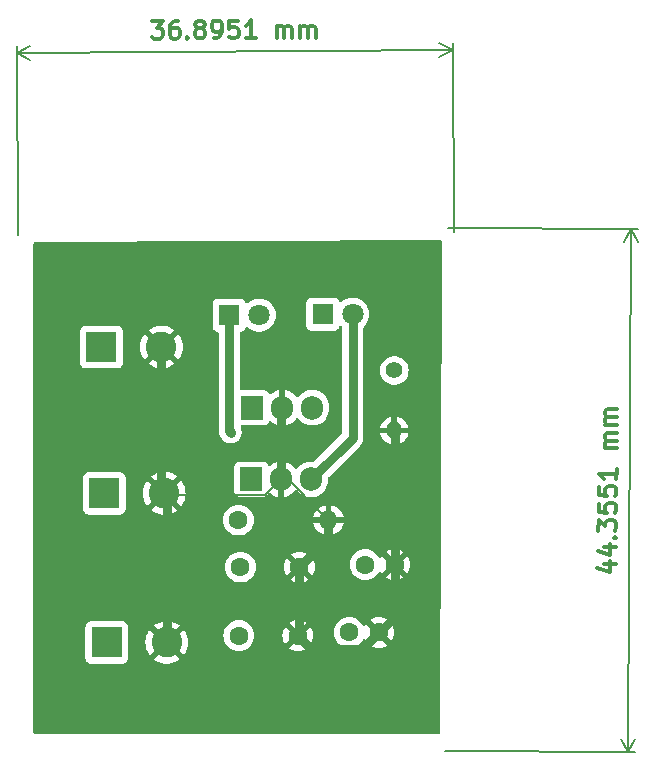
<source format=gbr>
%TF.GenerationSoftware,KiCad,Pcbnew,7.0.7*%
%TF.CreationDate,2023-12-05T02:09:59+05:30*%
%TF.ProjectId,VR 5v and 9v,56522035-7620-4616-9e64-2039762e6b69,rev?*%
%TF.SameCoordinates,Original*%
%TF.FileFunction,Copper,L2,Bot*%
%TF.FilePolarity,Positive*%
%FSLAX46Y46*%
G04 Gerber Fmt 4.6, Leading zero omitted, Abs format (unit mm)*
G04 Created by KiCad (PCBNEW 7.0.7) date 2023-12-05 02:09:59*
%MOMM*%
%LPD*%
G01*
G04 APERTURE LIST*
%ADD10C,0.300000*%
%TA.AperFunction,NonConductor*%
%ADD11C,0.300000*%
%TD*%
%TA.AperFunction,NonConductor*%
%ADD12C,0.200000*%
%TD*%
%TA.AperFunction,ComponentPad*%
%ADD13C,1.600000*%
%TD*%
%TA.AperFunction,ComponentPad*%
%ADD14R,1.905000X2.000000*%
%TD*%
%TA.AperFunction,ComponentPad*%
%ADD15O,1.905000X2.000000*%
%TD*%
%TA.AperFunction,ComponentPad*%
%ADD16R,2.600000X2.600000*%
%TD*%
%TA.AperFunction,ComponentPad*%
%ADD17C,2.600000*%
%TD*%
%TA.AperFunction,ComponentPad*%
%ADD18C,1.400000*%
%TD*%
%TA.AperFunction,ComponentPad*%
%ADD19O,1.400000X1.400000*%
%TD*%
%TA.AperFunction,ComponentPad*%
%ADD20O,1.600000X1.600000*%
%TD*%
%TA.AperFunction,ComponentPad*%
%ADD21R,1.800000X1.800000*%
%TD*%
%TA.AperFunction,ComponentPad*%
%ADD22C,1.800000*%
%TD*%
%TA.AperFunction,ViaPad*%
%ADD23C,0.800000*%
%TD*%
%TA.AperFunction,Conductor*%
%ADD24C,0.200000*%
%TD*%
%TA.AperFunction,Conductor*%
%ADD25C,0.250000*%
%TD*%
%TA.AperFunction,Conductor*%
%ADD26C,0.800000*%
%TD*%
G04 APERTURE END LIST*
D10*
D11*
X169996259Y-100621366D02*
X170996245Y-100626551D01*
X169422986Y-100975541D02*
X170492548Y-101338235D01*
X170492548Y-101338235D02*
X170497363Y-100409676D01*
X170003666Y-99192814D02*
X171003653Y-99198000D01*
X169430394Y-99546989D02*
X170499956Y-99909683D01*
X170499956Y-99909683D02*
X170504771Y-98981124D01*
X170864872Y-98411556D02*
X170936670Y-98340498D01*
X170936670Y-98340498D02*
X171007727Y-98412296D01*
X171007727Y-98412296D02*
X170935929Y-98483354D01*
X170935929Y-98483354D02*
X170864872Y-98411556D01*
X170864872Y-98411556D02*
X171007727Y-98412296D01*
X169510711Y-97833097D02*
X169515526Y-96904538D01*
X169515526Y-96904538D02*
X170084354Y-97407494D01*
X170084354Y-97407494D02*
X170085465Y-97193212D01*
X170085465Y-97193212D02*
X170157633Y-97050727D01*
X170157633Y-97050727D02*
X170229431Y-96979670D01*
X170229431Y-96979670D02*
X170372657Y-96908983D01*
X170372657Y-96908983D02*
X170729795Y-96910835D01*
X170729795Y-96910835D02*
X170872280Y-96983003D01*
X170872280Y-96983003D02*
X170943337Y-97054801D01*
X170943337Y-97054801D02*
X171014024Y-97198027D01*
X171014024Y-97198027D02*
X171011802Y-97626592D01*
X171011802Y-97626592D02*
X170939633Y-97769077D01*
X170939633Y-97769077D02*
X170867835Y-97840134D01*
X169522563Y-95547414D02*
X169518859Y-96261690D01*
X169518859Y-96261690D02*
X170232765Y-96336821D01*
X170232765Y-96336821D02*
X170161708Y-96265023D01*
X170161708Y-96265023D02*
X170091021Y-96121798D01*
X170091021Y-96121798D02*
X170092873Y-95764660D01*
X170092873Y-95764660D02*
X170165041Y-95622175D01*
X170165041Y-95622175D02*
X170236839Y-95551118D01*
X170236839Y-95551118D02*
X170380065Y-95480431D01*
X170380065Y-95480431D02*
X170737203Y-95482283D01*
X170737203Y-95482283D02*
X170879688Y-95554451D01*
X170879688Y-95554451D02*
X170950745Y-95626249D01*
X170950745Y-95626249D02*
X171021432Y-95769475D01*
X171021432Y-95769475D02*
X171019580Y-96126613D01*
X171019580Y-96126613D02*
X170947411Y-96269098D01*
X170947411Y-96269098D02*
X170875613Y-96340155D01*
X169529971Y-94118862D02*
X169526267Y-94833138D01*
X169526267Y-94833138D02*
X170240173Y-94908270D01*
X170240173Y-94908270D02*
X170169115Y-94836472D01*
X170169115Y-94836472D02*
X170098428Y-94693246D01*
X170098428Y-94693246D02*
X170100280Y-94336108D01*
X170100280Y-94336108D02*
X170172449Y-94193623D01*
X170172449Y-94193623D02*
X170244247Y-94122566D01*
X170244247Y-94122566D02*
X170387472Y-94051879D01*
X170387472Y-94051879D02*
X170744610Y-94053731D01*
X170744610Y-94053731D02*
X170887095Y-94125899D01*
X170887095Y-94125899D02*
X170958153Y-94197697D01*
X170958153Y-94197697D02*
X171028839Y-94340923D01*
X171028839Y-94340923D02*
X171026987Y-94698061D01*
X171026987Y-94698061D02*
X170954819Y-94840546D01*
X170954819Y-94840546D02*
X170883021Y-94911603D01*
X171037729Y-92626661D02*
X171033284Y-93483792D01*
X171035506Y-93055226D02*
X169535526Y-93047448D01*
X169535526Y-93047448D02*
X169749069Y-93191415D01*
X169749069Y-93191415D02*
X169891183Y-93335011D01*
X169891183Y-93335011D02*
X169961870Y-93478236D01*
X171046988Y-90840971D02*
X170047002Y-90835786D01*
X170189857Y-90836526D02*
X170118800Y-90764728D01*
X170118800Y-90764728D02*
X170048113Y-90621503D01*
X170048113Y-90621503D02*
X170049224Y-90407220D01*
X170049224Y-90407220D02*
X170121392Y-90264735D01*
X170121392Y-90264735D02*
X170264618Y-90194048D01*
X170264618Y-90194048D02*
X171050322Y-90198123D01*
X170264618Y-90194048D02*
X170122133Y-90121880D01*
X170122133Y-90121880D02*
X170051446Y-89978654D01*
X170051446Y-89978654D02*
X170052558Y-89764371D01*
X170052558Y-89764371D02*
X170124726Y-89621887D01*
X170124726Y-89621887D02*
X170267952Y-89551200D01*
X170267952Y-89551200D02*
X171053655Y-89555274D01*
X171057359Y-88840998D02*
X170057373Y-88835813D01*
X170200228Y-88836553D02*
X170129171Y-88764755D01*
X170129171Y-88764755D02*
X170058484Y-88621530D01*
X170058484Y-88621530D02*
X170059595Y-88407247D01*
X170059595Y-88407247D02*
X170131763Y-88264762D01*
X170131763Y-88264762D02*
X170274989Y-88194075D01*
X170274989Y-88194075D02*
X171060693Y-88198149D01*
X170274989Y-88194075D02*
X170132504Y-88121907D01*
X170132504Y-88121907D02*
X170061817Y-87978681D01*
X170061817Y-87978681D02*
X170062928Y-87764398D01*
X170062928Y-87764398D02*
X170135097Y-87621914D01*
X170135097Y-87621914D02*
X170278322Y-87551227D01*
X170278322Y-87551227D02*
X171064026Y-87555301D01*
D12*
X156777901Y-72160592D02*
X172851538Y-72243942D01*
X156547901Y-116515125D02*
X172621538Y-116598475D01*
X172265126Y-72240901D02*
X172035126Y-116595434D01*
X172265126Y-72240901D02*
X172035126Y-116595434D01*
X172265126Y-72240901D02*
X172845697Y-73370430D01*
X172265126Y-72240901D02*
X171672872Y-73364349D01*
X172035126Y-116595434D02*
X171454555Y-115465905D01*
X172035126Y-116595434D02*
X172627380Y-115471986D01*
D10*
D11*
X131695057Y-54667771D02*
X132623616Y-54662873D01*
X132623616Y-54662873D02*
X132126637Y-55236931D01*
X132126637Y-55236931D02*
X132340920Y-55235800D01*
X132340920Y-55235800D02*
X132484152Y-55306474D01*
X132484152Y-55306474D02*
X132555956Y-55377525D01*
X132555956Y-55377525D02*
X132628137Y-55520004D01*
X132628137Y-55520004D02*
X132630021Y-55877141D01*
X132630021Y-55877141D02*
X132559347Y-56020373D01*
X132559347Y-56020373D02*
X132488296Y-56092178D01*
X132488296Y-56092178D02*
X132345818Y-56164359D01*
X132345818Y-56164359D02*
X131917253Y-56166620D01*
X131917253Y-56166620D02*
X131774021Y-56095946D01*
X131774021Y-56095946D02*
X131702216Y-56024895D01*
X133909312Y-54656090D02*
X133623601Y-54657598D01*
X133623601Y-54657598D02*
X133481123Y-54729779D01*
X133481123Y-54729779D02*
X133410072Y-54801583D01*
X133410072Y-54801583D02*
X133268347Y-55016619D01*
X133268347Y-55016619D02*
X133198427Y-55302707D01*
X133198427Y-55302707D02*
X133201441Y-55874127D01*
X133201441Y-55874127D02*
X133273623Y-56016606D01*
X133273623Y-56016606D02*
X133345427Y-56087656D01*
X133345427Y-56087656D02*
X133488659Y-56158330D01*
X133488659Y-56158330D02*
X133774369Y-56156823D01*
X133774369Y-56156823D02*
X133916848Y-56084642D01*
X133916848Y-56084642D02*
X133987898Y-56012838D01*
X133987898Y-56012838D02*
X134058572Y-55869606D01*
X134058572Y-55869606D02*
X134056688Y-55512468D01*
X134056688Y-55512468D02*
X133984507Y-55369989D01*
X133984507Y-55369989D02*
X133912703Y-55298939D01*
X133912703Y-55298939D02*
X133769471Y-55228265D01*
X133769471Y-55228265D02*
X133483761Y-55229772D01*
X133483761Y-55229772D02*
X133341282Y-55301953D01*
X133341282Y-55301953D02*
X133270231Y-55373757D01*
X133270231Y-55373757D02*
X133199557Y-55516989D01*
X134702174Y-56009070D02*
X134773978Y-56080120D01*
X134773978Y-56080120D02*
X134702927Y-56151925D01*
X134702927Y-56151925D02*
X134631123Y-56080874D01*
X134631123Y-56080874D02*
X134702174Y-56009070D01*
X134702174Y-56009070D02*
X134702927Y-56151925D01*
X135626965Y-55289896D02*
X135483733Y-55219222D01*
X135483733Y-55219222D02*
X135411928Y-55148171D01*
X135411928Y-55148171D02*
X135339747Y-55005693D01*
X135339747Y-55005693D02*
X135339370Y-54934265D01*
X135339370Y-54934265D02*
X135410044Y-54791033D01*
X135410044Y-54791033D02*
X135481095Y-54719229D01*
X135481095Y-54719229D02*
X135623573Y-54647047D01*
X135623573Y-54647047D02*
X135909284Y-54645540D01*
X135909284Y-54645540D02*
X136052516Y-54716214D01*
X136052516Y-54716214D02*
X136124320Y-54787265D01*
X136124320Y-54787265D02*
X136196501Y-54929743D01*
X136196501Y-54929743D02*
X136196878Y-55001171D01*
X136196878Y-55001171D02*
X136126204Y-55144403D01*
X136126204Y-55144403D02*
X136055153Y-55216207D01*
X136055153Y-55216207D02*
X135912675Y-55288389D01*
X135912675Y-55288389D02*
X135626965Y-55289896D01*
X135626965Y-55289896D02*
X135484486Y-55362077D01*
X135484486Y-55362077D02*
X135413435Y-55433881D01*
X135413435Y-55433881D02*
X135342761Y-55577113D01*
X135342761Y-55577113D02*
X135344269Y-55862823D01*
X135344269Y-55862823D02*
X135416450Y-56005302D01*
X135416450Y-56005302D02*
X135488254Y-56076353D01*
X135488254Y-56076353D02*
X135631486Y-56147027D01*
X135631486Y-56147027D02*
X135917196Y-56145519D01*
X135917196Y-56145519D02*
X136059675Y-56073338D01*
X136059675Y-56073338D02*
X136130725Y-56001534D01*
X136130725Y-56001534D02*
X136201399Y-55858302D01*
X136201399Y-55858302D02*
X136199892Y-55572592D01*
X136199892Y-55572592D02*
X136127711Y-55430113D01*
X136127711Y-55430113D02*
X136055907Y-55359062D01*
X136055907Y-55359062D02*
X135912675Y-55288389D01*
X136917182Y-56140244D02*
X137202892Y-56138737D01*
X137202892Y-56138737D02*
X137345371Y-56066556D01*
X137345371Y-56066556D02*
X137416421Y-55994752D01*
X137416421Y-55994752D02*
X137558146Y-55779715D01*
X137558146Y-55779715D02*
X137628067Y-55493628D01*
X137628067Y-55493628D02*
X137625052Y-54922208D01*
X137625052Y-54922208D02*
X137552871Y-54779729D01*
X137552871Y-54779729D02*
X137481067Y-54708679D01*
X137481067Y-54708679D02*
X137337835Y-54638005D01*
X137337835Y-54638005D02*
X137052125Y-54639512D01*
X137052125Y-54639512D02*
X136909646Y-54711693D01*
X136909646Y-54711693D02*
X136838595Y-54783497D01*
X136838595Y-54783497D02*
X136767921Y-54926729D01*
X136767921Y-54926729D02*
X136769805Y-55283867D01*
X136769805Y-55283867D02*
X136841987Y-55426345D01*
X136841987Y-55426345D02*
X136913791Y-55497396D01*
X136913791Y-55497396D02*
X137057023Y-55568070D01*
X137057023Y-55568070D02*
X137342733Y-55566563D01*
X137342733Y-55566563D02*
X137485212Y-55494382D01*
X137485212Y-55494382D02*
X137556262Y-55422577D01*
X137556262Y-55422577D02*
X137626936Y-55279346D01*
X138980669Y-54629338D02*
X138266393Y-54633106D01*
X138266393Y-54633106D02*
X138198733Y-55347759D01*
X138198733Y-55347759D02*
X138269784Y-55275954D01*
X138269784Y-55275954D02*
X138412262Y-55203773D01*
X138412262Y-55203773D02*
X138769400Y-55201889D01*
X138769400Y-55201889D02*
X138912632Y-55272563D01*
X138912632Y-55272563D02*
X138984437Y-55343614D01*
X138984437Y-55343614D02*
X139056618Y-55486092D01*
X139056618Y-55486092D02*
X139058502Y-55843230D01*
X139058502Y-55843230D02*
X138987828Y-55986462D01*
X138987828Y-55986462D02*
X138916777Y-56058267D01*
X138916777Y-56058267D02*
X138774299Y-56130448D01*
X138774299Y-56130448D02*
X138417161Y-56132332D01*
X138417161Y-56132332D02*
X138273929Y-56061658D01*
X138273929Y-56061658D02*
X138202124Y-55990607D01*
X140488560Y-56121405D02*
X139631429Y-56125926D01*
X140059995Y-56123666D02*
X140052082Y-54623686D01*
X140052082Y-54623686D02*
X139910357Y-54838723D01*
X139910357Y-54838723D02*
X139768256Y-54982332D01*
X139768256Y-54982332D02*
X139625777Y-55054513D01*
X142274249Y-56111985D02*
X142268974Y-55111999D01*
X142269727Y-55254854D02*
X142340778Y-55183050D01*
X142340778Y-55183050D02*
X142483257Y-55110869D01*
X142483257Y-55110869D02*
X142697539Y-55109738D01*
X142697539Y-55109738D02*
X142840771Y-55180412D01*
X142840771Y-55180412D02*
X142912952Y-55322891D01*
X142912952Y-55322891D02*
X142917097Y-56108594D01*
X142912952Y-55322891D02*
X142983626Y-55179659D01*
X142983626Y-55179659D02*
X143126105Y-55107478D01*
X143126105Y-55107478D02*
X143340387Y-55106347D01*
X143340387Y-55106347D02*
X143483619Y-55177021D01*
X143483619Y-55177021D02*
X143555801Y-55319500D01*
X143555801Y-55319500D02*
X143559945Y-56105203D01*
X144274221Y-56101435D02*
X144268946Y-55101449D01*
X144269700Y-55244304D02*
X144340750Y-55172500D01*
X144340750Y-55172500D02*
X144483229Y-55100319D01*
X144483229Y-55100319D02*
X144697511Y-55099188D01*
X144697511Y-55099188D02*
X144840743Y-55169862D01*
X144840743Y-55169862D02*
X144912925Y-55312341D01*
X144912925Y-55312341D02*
X144917069Y-56098044D01*
X144912925Y-55312341D02*
X144983599Y-55169109D01*
X144983599Y-55169109D02*
X145126077Y-55096927D01*
X145126077Y-55096927D02*
X145340360Y-55095797D01*
X145340360Y-55095797D02*
X145483592Y-55166471D01*
X145483592Y-55166471D02*
X145555773Y-55308949D01*
X145555773Y-55308949D02*
X145559917Y-56094653D01*
D12*
X120342738Y-72754631D02*
X120258382Y-56763381D01*
X157237361Y-72560007D02*
X157153005Y-56568757D01*
X120261476Y-57349793D02*
X157156099Y-57155169D01*
X120261476Y-57349793D02*
X157156099Y-57155169D01*
X120261476Y-57349793D02*
X121384871Y-56757438D01*
X120261476Y-57349793D02*
X121391057Y-57930263D01*
X157156099Y-57155169D02*
X156032704Y-57747524D01*
X157156099Y-57155169D02*
X156026518Y-56574699D01*
D13*
%TO.P,,1*%
%TO.N,+12V*%
X139060000Y-106710000D03*
%TO.P,,2*%
%TO.N,GND*%
X144060000Y-106710000D03*
%TD*%
%TO.P,C2,1*%
%TO.N,9v*%
X149760000Y-100700000D03*
%TO.P,C2,2*%
%TO.N,GND*%
X152260000Y-100700000D03*
%TD*%
D14*
%TO.P,,1,IN*%
%TO.N,+12V*%
X140190000Y-87400000D03*
D15*
%TO.P,,2,GND*%
%TO.N,GND*%
X142730000Y-87400000D03*
%TO.P,,3,OUT*%
%TO.N,9v*%
X145270000Y-87400000D03*
%TD*%
D16*
%TO.P,J3,1,Pin_1*%
%TO.N,+12V*%
X127875000Y-107285000D03*
D17*
%TO.P,J3,2,Pin_2*%
%TO.N,GND*%
X132955000Y-107285000D03*
%TD*%
D18*
%TO.P,,1*%
%TO.N,Net-(D2-K)*%
X152230000Y-84260000D03*
D19*
%TO.P,,2*%
%TO.N,GND*%
X152230000Y-89340000D03*
%TD*%
D13*
%TO.P,C4,1*%
%TO.N,5v*%
X148410000Y-106440000D03*
%TO.P,C4,2*%
%TO.N,GND*%
X150910000Y-106440000D03*
%TD*%
D14*
%TO.P,,1,IN*%
%TO.N,+12V*%
X140100000Y-93475000D03*
D15*
%TO.P,,2,GND*%
%TO.N,GND*%
X142640000Y-93475000D03*
%TO.P,,3,OUT*%
%TO.N,5v*%
X145180000Y-93475000D03*
%TD*%
D13*
%TO.P,R1,1*%
%TO.N,Net-(D1-K)*%
X139030000Y-96920000D03*
D20*
%TO.P,R1,2*%
%TO.N,GND*%
X146650000Y-96920000D03*
%TD*%
D13*
%TO.P,,1*%
%TO.N,+12V*%
X139190000Y-100900000D03*
%TO.P,,2*%
%TO.N,GND*%
X144190000Y-100900000D03*
%TD*%
D16*
%TO.P,,1,Pin_1*%
%TO.N,5v*%
X127430000Y-82270000D03*
D17*
%TO.P,,2,Pin_2*%
%TO.N,GND*%
X132510000Y-82270000D03*
%TD*%
D21*
%TO.P,D2,1,K*%
%TO.N,Net-(D2-K)*%
X146162000Y-79492000D03*
D22*
%TO.P,D2,2,A*%
%TO.N,5v*%
X148702000Y-79492000D03*
%TD*%
D16*
%TO.P,J2,1,Pin_1*%
%TO.N,9v*%
X127665000Y-94655000D03*
D17*
%TO.P,J2,2,Pin_2*%
%TO.N,GND*%
X132745000Y-94655000D03*
%TD*%
D21*
%TO.P,D1,1,K*%
%TO.N,Net-(D1-K)*%
X138250000Y-79570000D03*
D22*
%TO.P,D1,2,A*%
%TO.N,9v*%
X140790000Y-79570000D03*
%TD*%
D23*
%TO.N,Net-(D1-K)*%
X138390000Y-89460000D03*
%TD*%
D24*
%TO.N,GND*%
X143205000Y-93475000D02*
X146650000Y-96920000D01*
D25*
X132745000Y-94655000D02*
X132890000Y-94800000D01*
D26*
X144190000Y-100900000D02*
X144190000Y-106580000D01*
D25*
X142640000Y-87490000D02*
X142730000Y-87400000D01*
D26*
X132510000Y-82270000D02*
X132510000Y-94420000D01*
X132510000Y-94420000D02*
X132745000Y-94655000D01*
X142640000Y-93475000D02*
X142640000Y-87490000D01*
D25*
X132745000Y-107075000D02*
X132955000Y-107285000D01*
D26*
X146650000Y-98440000D02*
X144190000Y-100900000D01*
X152260000Y-100700000D02*
X152260000Y-105090000D01*
X152260000Y-105090000D02*
X150910000Y-106440000D01*
X152260000Y-89370000D02*
X152230000Y-89340000D01*
D25*
X142730000Y-93385000D02*
X142640000Y-93475000D01*
X133045000Y-94955000D02*
X132745000Y-94655000D01*
D26*
X144190000Y-106580000D02*
X144060000Y-106710000D01*
X152260000Y-100700000D02*
X152260000Y-89370000D01*
X144060000Y-106710000D02*
X145190000Y-107840000D01*
D24*
X141315000Y-94800000D02*
X142640000Y-93475000D01*
D25*
X142640000Y-93475000D02*
X143205000Y-93475000D01*
D26*
X146650000Y-96920000D02*
X146650000Y-98440000D01*
X149510000Y-107840000D02*
X150910000Y-106440000D01*
D24*
X132890000Y-94800000D02*
X141315000Y-94800000D01*
D25*
X132955000Y-94865000D02*
X132890000Y-94800000D01*
D26*
X132955000Y-107285000D02*
X132955000Y-94865000D01*
X145190000Y-107840000D02*
X149510000Y-107840000D01*
%TO.N,5v*%
X148702000Y-89953000D02*
X148702000Y-79492000D01*
X145180000Y-93475000D02*
X148702000Y-89953000D01*
%TO.N,Net-(D1-K)*%
X138390000Y-89460000D02*
X138390000Y-89520000D01*
X138250000Y-79570000D02*
X138250000Y-89380000D01*
X138250000Y-89380000D02*
X138330000Y-89460000D01*
X138330000Y-89460000D02*
X138390000Y-89460000D01*
X138390000Y-89520000D02*
X138330000Y-89460000D01*
%TD*%
%TA.AperFunction,Conductor*%
%TO.N,GND*%
G36*
X156212108Y-73249953D02*
G01*
X156258107Y-73302545D01*
X156269551Y-73355022D01*
X156120443Y-114936445D01*
X156100518Y-115003413D01*
X156047551Y-115048978D01*
X155996444Y-115060000D01*
X121794000Y-115060000D01*
X121726961Y-115040315D01*
X121681206Y-114987511D01*
X121670000Y-114936000D01*
X121670000Y-108632870D01*
X126074500Y-108632870D01*
X126074501Y-108632876D01*
X126080908Y-108692483D01*
X126131202Y-108827328D01*
X126131206Y-108827335D01*
X126217452Y-108942544D01*
X126217455Y-108942547D01*
X126332664Y-109028793D01*
X126332671Y-109028797D01*
X126467517Y-109079091D01*
X126467516Y-109079091D01*
X126474444Y-109079835D01*
X126527127Y-109085500D01*
X129222872Y-109085499D01*
X129282483Y-109079091D01*
X129417331Y-109028796D01*
X129532546Y-108942546D01*
X129618796Y-108827331D01*
X129669091Y-108692483D01*
X129675500Y-108632873D01*
X129675500Y-107285004D01*
X131149953Y-107285004D01*
X131170113Y-107554026D01*
X131170113Y-107554028D01*
X131230142Y-107817033D01*
X131230148Y-107817052D01*
X131328709Y-108068181D01*
X131328708Y-108068181D01*
X131463602Y-108301822D01*
X131517294Y-108369151D01*
X132237331Y-107649114D01*
X132298654Y-107615629D01*
X132368345Y-107620613D01*
X132424279Y-107662485D01*
X132429707Y-107670350D01*
X132450187Y-107702620D01*
X132450188Y-107702621D01*
X132569904Y-107815041D01*
X132573266Y-107817484D01*
X132575264Y-107820074D01*
X132575590Y-107820381D01*
X132575540Y-107820433D01*
X132615934Y-107872812D01*
X132621915Y-107942425D01*
X132589311Y-108004221D01*
X132588065Y-108005485D01*
X131869848Y-108723702D01*
X132052483Y-108848220D01*
X132052485Y-108848221D01*
X132295539Y-108965269D01*
X132295537Y-108965269D01*
X132553337Y-109044790D01*
X132553343Y-109044792D01*
X132820101Y-109084999D01*
X132820110Y-109085000D01*
X133089890Y-109085000D01*
X133089898Y-109084999D01*
X133356656Y-109044792D01*
X133356662Y-109044790D01*
X133614461Y-108965269D01*
X133857521Y-108848218D01*
X134040150Y-108723702D01*
X133318234Y-108001787D01*
X133284749Y-107940464D01*
X133289733Y-107870773D01*
X133331605Y-107814839D01*
X133332953Y-107813844D01*
X133403492Y-107762595D01*
X133489871Y-107658180D01*
X133547768Y-107619074D01*
X133617620Y-107617478D01*
X133673094Y-107649541D01*
X134392703Y-108369151D01*
X134392704Y-108369150D01*
X134446393Y-108301828D01*
X134446400Y-108301817D01*
X134581290Y-108068181D01*
X134679851Y-107817052D01*
X134679857Y-107817033D01*
X134739886Y-107554028D01*
X134739886Y-107554026D01*
X134760047Y-107285004D01*
X134760047Y-107284995D01*
X134739886Y-107015973D01*
X134739886Y-107015971D01*
X134679857Y-106752966D01*
X134679851Y-106752947D01*
X134662996Y-106710001D01*
X137754532Y-106710001D01*
X137774364Y-106936686D01*
X137774366Y-106936697D01*
X137833258Y-107156488D01*
X137833261Y-107156497D01*
X137929431Y-107362732D01*
X137929432Y-107362734D01*
X138059954Y-107549141D01*
X138220858Y-107710045D01*
X138220861Y-107710047D01*
X138407266Y-107840568D01*
X138613504Y-107936739D01*
X138613509Y-107936740D01*
X138613511Y-107936741D01*
X138666415Y-107950916D01*
X138833308Y-107995635D01*
X138995230Y-108009801D01*
X139059998Y-108015468D01*
X139060000Y-108015468D01*
X139060002Y-108015468D01*
X139116673Y-108010509D01*
X139286692Y-107995635D01*
X139506496Y-107936739D01*
X139712734Y-107840568D01*
X139899139Y-107710047D01*
X140060047Y-107549139D01*
X140190568Y-107362734D01*
X140286739Y-107156496D01*
X140345635Y-106936692D01*
X140365468Y-106710002D01*
X142755034Y-106710002D01*
X142774858Y-106936599D01*
X142774860Y-106936610D01*
X142833730Y-107156317D01*
X142833734Y-107156326D01*
X142929865Y-107362481D01*
X142929866Y-107362483D01*
X142980973Y-107435471D01*
X142980973Y-107435472D01*
X143522580Y-106893865D01*
X143583903Y-106860380D01*
X143653594Y-106865364D01*
X143709528Y-106907235D01*
X143720742Y-106925246D01*
X143725175Y-106933945D01*
X143732358Y-106948044D01*
X143732363Y-106948050D01*
X143821949Y-107037636D01*
X143821951Y-107037637D01*
X143821955Y-107037641D01*
X143844747Y-107049254D01*
X143895542Y-107097228D01*
X143912337Y-107165049D01*
X143889799Y-107231184D01*
X143876132Y-107247419D01*
X143334526Y-107789025D01*
X143334526Y-107789026D01*
X143407512Y-107840131D01*
X143407516Y-107840133D01*
X143613673Y-107936265D01*
X143613682Y-107936269D01*
X143833389Y-107995139D01*
X143833400Y-107995141D01*
X144059998Y-108014966D01*
X144060002Y-108014966D01*
X144286599Y-107995141D01*
X144286610Y-107995139D01*
X144506317Y-107936269D01*
X144506331Y-107936264D01*
X144712478Y-107840136D01*
X144785472Y-107789025D01*
X144243866Y-107247419D01*
X144210381Y-107186096D01*
X144215365Y-107116404D01*
X144257237Y-107060471D01*
X144275245Y-107049258D01*
X144298045Y-107037641D01*
X144387641Y-106948045D01*
X144399254Y-106925252D01*
X144447225Y-106874458D01*
X144515046Y-106857661D01*
X144581181Y-106880197D01*
X144597419Y-106893866D01*
X145139025Y-107435472D01*
X145190136Y-107362478D01*
X145286264Y-107156331D01*
X145286269Y-107156317D01*
X145345139Y-106936610D01*
X145345141Y-106936599D01*
X145364966Y-106710002D01*
X145364966Y-106709997D01*
X145345141Y-106483400D01*
X145345139Y-106483389D01*
X145333513Y-106440001D01*
X147104532Y-106440001D01*
X147124364Y-106666686D01*
X147124366Y-106666697D01*
X147183258Y-106886488D01*
X147183261Y-106886497D01*
X147279431Y-107092732D01*
X147279432Y-107092734D01*
X147409954Y-107279141D01*
X147570858Y-107440045D01*
X147570861Y-107440047D01*
X147757266Y-107570568D01*
X147963504Y-107666739D01*
X147963509Y-107666740D01*
X147963511Y-107666741D01*
X148016415Y-107680916D01*
X148183308Y-107725635D01*
X148345230Y-107739801D01*
X148409998Y-107745468D01*
X148410000Y-107745468D01*
X148410002Y-107745468D01*
X148466673Y-107740509D01*
X148636692Y-107725635D01*
X148856496Y-107666739D01*
X149062734Y-107570568D01*
X149249139Y-107440047D01*
X149410047Y-107279139D01*
X149540568Y-107092734D01*
X149547893Y-107077023D01*
X149594062Y-107024586D01*
X149661254Y-107005432D01*
X149728136Y-107025645D01*
X149772657Y-107077023D01*
X149779865Y-107092481D01*
X149779866Y-107092483D01*
X149830973Y-107165471D01*
X149830973Y-107165472D01*
X150372580Y-106623865D01*
X150433903Y-106590380D01*
X150503594Y-106595364D01*
X150559528Y-106637235D01*
X150570742Y-106655246D01*
X150576527Y-106666599D01*
X150582358Y-106678044D01*
X150582363Y-106678050D01*
X150671949Y-106767636D01*
X150671951Y-106767637D01*
X150671955Y-106767641D01*
X150694747Y-106779254D01*
X150745542Y-106827228D01*
X150762337Y-106895049D01*
X150739799Y-106961184D01*
X150726132Y-106977419D01*
X150184526Y-107519025D01*
X150184526Y-107519026D01*
X150257512Y-107570131D01*
X150257516Y-107570133D01*
X150463673Y-107666265D01*
X150463682Y-107666269D01*
X150683389Y-107725139D01*
X150683400Y-107725141D01*
X150909998Y-107744966D01*
X150910002Y-107744966D01*
X151136599Y-107725141D01*
X151136610Y-107725139D01*
X151356317Y-107666269D01*
X151356331Y-107666264D01*
X151562478Y-107570136D01*
X151635472Y-107519025D01*
X151093866Y-106977419D01*
X151060381Y-106916096D01*
X151065365Y-106846404D01*
X151107237Y-106790471D01*
X151125245Y-106779258D01*
X151148045Y-106767641D01*
X151237641Y-106678045D01*
X151249254Y-106655252D01*
X151297225Y-106604458D01*
X151365046Y-106587661D01*
X151431181Y-106610197D01*
X151447419Y-106623866D01*
X151989025Y-107165472D01*
X152040136Y-107092478D01*
X152136264Y-106886331D01*
X152136269Y-106886317D01*
X152195139Y-106666610D01*
X152195141Y-106666599D01*
X152214966Y-106440002D01*
X152214966Y-106439997D01*
X152195141Y-106213400D01*
X152195139Y-106213389D01*
X152136269Y-105993682D01*
X152136265Y-105993673D01*
X152040133Y-105787516D01*
X152040131Y-105787512D01*
X151989026Y-105714526D01*
X151989025Y-105714526D01*
X151447419Y-106256132D01*
X151386096Y-106289617D01*
X151316404Y-106284633D01*
X151260471Y-106242761D01*
X151249256Y-106224751D01*
X151237641Y-106201955D01*
X151237637Y-106201951D01*
X151237636Y-106201949D01*
X151148050Y-106112363D01*
X151148044Y-106112358D01*
X151138109Y-106107296D01*
X151125250Y-106100744D01*
X151074456Y-106052773D01*
X151057660Y-105984952D01*
X151080197Y-105918817D01*
X151093865Y-105902580D01*
X151635472Y-105360973D01*
X151562483Y-105309866D01*
X151562481Y-105309865D01*
X151356326Y-105213734D01*
X151356317Y-105213730D01*
X151136610Y-105154860D01*
X151136599Y-105154858D01*
X150910002Y-105135034D01*
X150909998Y-105135034D01*
X150683400Y-105154858D01*
X150683389Y-105154860D01*
X150463682Y-105213730D01*
X150463673Y-105213734D01*
X150257513Y-105309868D01*
X150184526Y-105360973D01*
X150726133Y-105902580D01*
X150759618Y-105963903D01*
X150754634Y-106033595D01*
X150712762Y-106089528D01*
X150694748Y-106100745D01*
X150671956Y-106112358D01*
X150671949Y-106112363D01*
X150582363Y-106201949D01*
X150582358Y-106201956D01*
X150570745Y-106224748D01*
X150522770Y-106275544D01*
X150454949Y-106292338D01*
X150388814Y-106269800D01*
X150372580Y-106256133D01*
X149830973Y-105714526D01*
X149779868Y-105787512D01*
X149772656Y-105802979D01*
X149726482Y-105855417D01*
X149659288Y-105874567D01*
X149592407Y-105854350D01*
X149547893Y-105802976D01*
X149540568Y-105787266D01*
X149410047Y-105600861D01*
X149410045Y-105600858D01*
X149249141Y-105439954D01*
X149062734Y-105309432D01*
X149062732Y-105309431D01*
X148856497Y-105213261D01*
X148856488Y-105213258D01*
X148636697Y-105154366D01*
X148636693Y-105154365D01*
X148636692Y-105154365D01*
X148636691Y-105154364D01*
X148636686Y-105154364D01*
X148410002Y-105134532D01*
X148409998Y-105134532D01*
X148183313Y-105154364D01*
X148183302Y-105154366D01*
X147963511Y-105213258D01*
X147963502Y-105213261D01*
X147757267Y-105309431D01*
X147757265Y-105309432D01*
X147570858Y-105439954D01*
X147409954Y-105600858D01*
X147279432Y-105787265D01*
X147279431Y-105787267D01*
X147183261Y-105993502D01*
X147183258Y-105993511D01*
X147124366Y-106213302D01*
X147124364Y-106213313D01*
X147104532Y-106439998D01*
X147104532Y-106440001D01*
X145333513Y-106440001D01*
X145286269Y-106263682D01*
X145286265Y-106263673D01*
X145190133Y-106057516D01*
X145190131Y-106057512D01*
X145139026Y-105984526D01*
X145139025Y-105984526D01*
X144597419Y-106526132D01*
X144536096Y-106559617D01*
X144466404Y-106554633D01*
X144410471Y-106512761D01*
X144399256Y-106494751D01*
X144387641Y-106471955D01*
X144387637Y-106471951D01*
X144387636Y-106471949D01*
X144298050Y-106382363D01*
X144298044Y-106382358D01*
X144288109Y-106377296D01*
X144275250Y-106370744D01*
X144224456Y-106322773D01*
X144207660Y-106254952D01*
X144230197Y-106188817D01*
X144243865Y-106172580D01*
X144785472Y-105630973D01*
X144712483Y-105579866D01*
X144712481Y-105579865D01*
X144506326Y-105483734D01*
X144506317Y-105483730D01*
X144286610Y-105424860D01*
X144286599Y-105424858D01*
X144060002Y-105405034D01*
X144059998Y-105405034D01*
X143833400Y-105424858D01*
X143833389Y-105424860D01*
X143613682Y-105483730D01*
X143613673Y-105483734D01*
X143407513Y-105579868D01*
X143334526Y-105630973D01*
X143876133Y-106172580D01*
X143909618Y-106233903D01*
X143904634Y-106303595D01*
X143862762Y-106359528D01*
X143844748Y-106370745D01*
X143821956Y-106382358D01*
X143821949Y-106382363D01*
X143732363Y-106471949D01*
X143732358Y-106471956D01*
X143720745Y-106494748D01*
X143672770Y-106545544D01*
X143604949Y-106562338D01*
X143538814Y-106539800D01*
X143522580Y-106526133D01*
X142980973Y-105984526D01*
X142929868Y-106057513D01*
X142833734Y-106263673D01*
X142833730Y-106263682D01*
X142774860Y-106483389D01*
X142774858Y-106483400D01*
X142755034Y-106709997D01*
X142755034Y-106710002D01*
X140365468Y-106710002D01*
X140365468Y-106710000D01*
X140364525Y-106699226D01*
X140355439Y-106595364D01*
X140345635Y-106483308D01*
X140293736Y-106289617D01*
X140286741Y-106263511D01*
X140286738Y-106263502D01*
X140263329Y-106213302D01*
X140190568Y-106057266D01*
X140060047Y-105870861D01*
X140060045Y-105870858D01*
X139899141Y-105709954D01*
X139712734Y-105579432D01*
X139712732Y-105579431D01*
X139506497Y-105483261D01*
X139506488Y-105483258D01*
X139286697Y-105424366D01*
X139286693Y-105424365D01*
X139286692Y-105424365D01*
X139286691Y-105424364D01*
X139286686Y-105424364D01*
X139060002Y-105404532D01*
X139059998Y-105404532D01*
X138833313Y-105424364D01*
X138833302Y-105424366D01*
X138613511Y-105483258D01*
X138613502Y-105483261D01*
X138407267Y-105579431D01*
X138407265Y-105579432D01*
X138220858Y-105709954D01*
X138059954Y-105870858D01*
X137929432Y-106057265D01*
X137929431Y-106057267D01*
X137833261Y-106263502D01*
X137833258Y-106263511D01*
X137774366Y-106483302D01*
X137774364Y-106483313D01*
X137754532Y-106709998D01*
X137754532Y-106710001D01*
X134662996Y-106710001D01*
X134581290Y-106501818D01*
X134581291Y-106501818D01*
X134446397Y-106268177D01*
X134392704Y-106200847D01*
X133672667Y-106920884D01*
X133611344Y-106954369D01*
X133541652Y-106949385D01*
X133485719Y-106907513D01*
X133480290Y-106899646D01*
X133471945Y-106886497D01*
X133459814Y-106867381D01*
X133395942Y-106807402D01*
X133340097Y-106754960D01*
X133336732Y-106752515D01*
X133334731Y-106749920D01*
X133334410Y-106749619D01*
X133334458Y-106749567D01*
X133294064Y-106697187D01*
X133288082Y-106627574D01*
X133320685Y-106565778D01*
X133321932Y-106564513D01*
X134040150Y-105846296D01*
X133857517Y-105721779D01*
X133857516Y-105721778D01*
X133614460Y-105604730D01*
X133614462Y-105604730D01*
X133356662Y-105525209D01*
X133356656Y-105525207D01*
X133089898Y-105485000D01*
X132820101Y-105485000D01*
X132553343Y-105525207D01*
X132553337Y-105525209D01*
X132295538Y-105604730D01*
X132052485Y-105721778D01*
X132052476Y-105721783D01*
X131869848Y-105846296D01*
X132591765Y-106568212D01*
X132625250Y-106629535D01*
X132620266Y-106699226D01*
X132578394Y-106755160D01*
X132576970Y-106756210D01*
X132506510Y-106807402D01*
X132506508Y-106807405D01*
X132420130Y-106911818D01*
X132362230Y-106950925D01*
X132292378Y-106952521D01*
X132236905Y-106920458D01*
X131517295Y-106200848D01*
X131463600Y-106268180D01*
X131328709Y-106501818D01*
X131230148Y-106752947D01*
X131230142Y-106752966D01*
X131170113Y-107015971D01*
X131170113Y-107015973D01*
X131149953Y-107284995D01*
X131149953Y-107285004D01*
X129675500Y-107285004D01*
X129675499Y-105937128D01*
X129669091Y-105877517D01*
X129666608Y-105870861D01*
X129618797Y-105742671D01*
X129618793Y-105742664D01*
X129532547Y-105627455D01*
X129532544Y-105627452D01*
X129417335Y-105541206D01*
X129417328Y-105541202D01*
X129282482Y-105490908D01*
X129282483Y-105490908D01*
X129222883Y-105484501D01*
X129222881Y-105484500D01*
X129222873Y-105484500D01*
X129222864Y-105484500D01*
X126527129Y-105484500D01*
X126527123Y-105484501D01*
X126467516Y-105490908D01*
X126332671Y-105541202D01*
X126332664Y-105541206D01*
X126217455Y-105627452D01*
X126217452Y-105627455D01*
X126131206Y-105742664D01*
X126131202Y-105742671D01*
X126080908Y-105877517D01*
X126074501Y-105937116D01*
X126074501Y-105937123D01*
X126074500Y-105937135D01*
X126074500Y-108632870D01*
X121670000Y-108632870D01*
X121670000Y-100900001D01*
X137884532Y-100900001D01*
X137904364Y-101126686D01*
X137904366Y-101126697D01*
X137963258Y-101346488D01*
X137963261Y-101346497D01*
X138059431Y-101552732D01*
X138059432Y-101552734D01*
X138189954Y-101739141D01*
X138350858Y-101900045D01*
X138388310Y-101926269D01*
X138537266Y-102030568D01*
X138743504Y-102126739D01*
X138963308Y-102185635D01*
X139125230Y-102199801D01*
X139189998Y-102205468D01*
X139190000Y-102205468D01*
X139190002Y-102205468D01*
X139246673Y-102200509D01*
X139416692Y-102185635D01*
X139636496Y-102126739D01*
X139842734Y-102030568D01*
X140029139Y-101900047D01*
X140190047Y-101739139D01*
X140320568Y-101552734D01*
X140416739Y-101346496D01*
X140475635Y-101126692D01*
X140495468Y-100900002D01*
X142885034Y-100900002D01*
X142904858Y-101126599D01*
X142904860Y-101126610D01*
X142963730Y-101346317D01*
X142963734Y-101346326D01*
X143059865Y-101552481D01*
X143059866Y-101552483D01*
X143110973Y-101625471D01*
X143110973Y-101625472D01*
X143652580Y-101083865D01*
X143713903Y-101050380D01*
X143783594Y-101055364D01*
X143839528Y-101097235D01*
X143850742Y-101115246D01*
X143856527Y-101126599D01*
X143862358Y-101138044D01*
X143862363Y-101138050D01*
X143951949Y-101227636D01*
X143951951Y-101227637D01*
X143951955Y-101227641D01*
X143974747Y-101239254D01*
X144025542Y-101287228D01*
X144042337Y-101355049D01*
X144019799Y-101421184D01*
X144006132Y-101437419D01*
X143464526Y-101979025D01*
X143464526Y-101979026D01*
X143537512Y-102030131D01*
X143537516Y-102030133D01*
X143743673Y-102126265D01*
X143743682Y-102126269D01*
X143963389Y-102185139D01*
X143963400Y-102185141D01*
X144189998Y-102204966D01*
X144190002Y-102204966D01*
X144416599Y-102185141D01*
X144416610Y-102185139D01*
X144636317Y-102126269D01*
X144636331Y-102126264D01*
X144842478Y-102030136D01*
X144915472Y-101979025D01*
X144373866Y-101437419D01*
X144340381Y-101376096D01*
X144345365Y-101306404D01*
X144387237Y-101250471D01*
X144405245Y-101239258D01*
X144428045Y-101227641D01*
X144517641Y-101138045D01*
X144529254Y-101115252D01*
X144577225Y-101064458D01*
X144645046Y-101047661D01*
X144711181Y-101070197D01*
X144727419Y-101083866D01*
X145269025Y-101625472D01*
X145320136Y-101552478D01*
X145416264Y-101346331D01*
X145416269Y-101346317D01*
X145475139Y-101126610D01*
X145475141Y-101126599D01*
X145494966Y-100900002D01*
X145494966Y-100899997D01*
X145477468Y-100700001D01*
X148454532Y-100700001D01*
X148474364Y-100926686D01*
X148474366Y-100926697D01*
X148533258Y-101146488D01*
X148533261Y-101146497D01*
X148629431Y-101352732D01*
X148629432Y-101352734D01*
X148759954Y-101539141D01*
X148920858Y-101700045D01*
X148920861Y-101700047D01*
X149107266Y-101830568D01*
X149313504Y-101926739D01*
X149533308Y-101985635D01*
X149695230Y-101999801D01*
X149759998Y-102005468D01*
X149760000Y-102005468D01*
X149760002Y-102005468D01*
X149816672Y-102000509D01*
X149986692Y-101985635D01*
X150206496Y-101926739D01*
X150412734Y-101830568D01*
X150599139Y-101700047D01*
X150760047Y-101539139D01*
X150890568Y-101352734D01*
X150897893Y-101337023D01*
X150944062Y-101284586D01*
X151011254Y-101265432D01*
X151078136Y-101285645D01*
X151122657Y-101337023D01*
X151129865Y-101352481D01*
X151129866Y-101352483D01*
X151180973Y-101425471D01*
X151180973Y-101425472D01*
X151722580Y-100883865D01*
X151783903Y-100850380D01*
X151853594Y-100855364D01*
X151909528Y-100897235D01*
X151920742Y-100915246D01*
X151926527Y-100926599D01*
X151932358Y-100938044D01*
X151932363Y-100938050D01*
X152021949Y-101027636D01*
X152021951Y-101027637D01*
X152021955Y-101027641D01*
X152044747Y-101039254D01*
X152095542Y-101087228D01*
X152112337Y-101155049D01*
X152089799Y-101221184D01*
X152076132Y-101237419D01*
X151534526Y-101779025D01*
X151534526Y-101779026D01*
X151607512Y-101830131D01*
X151607516Y-101830133D01*
X151813673Y-101926265D01*
X151813682Y-101926269D01*
X152033389Y-101985139D01*
X152033400Y-101985141D01*
X152259998Y-102004966D01*
X152260002Y-102004966D01*
X152486599Y-101985141D01*
X152486610Y-101985139D01*
X152706317Y-101926269D01*
X152706331Y-101926264D01*
X152912478Y-101830136D01*
X152985472Y-101779025D01*
X152443866Y-101237419D01*
X152410381Y-101176096D01*
X152415365Y-101106404D01*
X152457237Y-101050471D01*
X152475245Y-101039258D01*
X152498045Y-101027641D01*
X152587641Y-100938045D01*
X152599254Y-100915252D01*
X152647225Y-100864458D01*
X152715046Y-100847661D01*
X152781181Y-100870197D01*
X152797419Y-100883866D01*
X153339025Y-101425472D01*
X153390136Y-101352478D01*
X153486264Y-101146331D01*
X153486269Y-101146317D01*
X153545139Y-100926610D01*
X153545141Y-100926599D01*
X153564966Y-100700002D01*
X153564966Y-100699997D01*
X153545141Y-100473400D01*
X153545139Y-100473389D01*
X153486269Y-100253682D01*
X153486265Y-100253673D01*
X153390133Y-100047516D01*
X153390131Y-100047512D01*
X153339026Y-99974526D01*
X153339025Y-99974526D01*
X152797419Y-100516132D01*
X152736096Y-100549617D01*
X152666404Y-100544633D01*
X152610471Y-100502761D01*
X152599256Y-100484751D01*
X152587641Y-100461955D01*
X152587637Y-100461951D01*
X152587636Y-100461949D01*
X152498050Y-100372363D01*
X152498044Y-100372358D01*
X152488109Y-100367296D01*
X152475250Y-100360744D01*
X152424456Y-100312773D01*
X152407660Y-100244952D01*
X152430197Y-100178817D01*
X152443865Y-100162580D01*
X152985472Y-99620973D01*
X152912483Y-99569866D01*
X152912481Y-99569865D01*
X152706326Y-99473734D01*
X152706317Y-99473730D01*
X152486610Y-99414860D01*
X152486599Y-99414858D01*
X152260002Y-99395034D01*
X152259998Y-99395034D01*
X152033400Y-99414858D01*
X152033389Y-99414860D01*
X151813682Y-99473730D01*
X151813673Y-99473734D01*
X151607513Y-99569868D01*
X151534526Y-99620973D01*
X152076133Y-100162580D01*
X152109618Y-100223903D01*
X152104634Y-100293595D01*
X152062762Y-100349528D01*
X152044748Y-100360745D01*
X152021956Y-100372358D01*
X152021949Y-100372363D01*
X151932363Y-100461949D01*
X151932358Y-100461956D01*
X151920745Y-100484748D01*
X151872770Y-100535544D01*
X151804949Y-100552338D01*
X151738814Y-100529800D01*
X151722580Y-100516133D01*
X151180973Y-99974526D01*
X151129868Y-100047512D01*
X151122656Y-100062979D01*
X151076482Y-100115417D01*
X151009288Y-100134567D01*
X150942407Y-100114350D01*
X150897893Y-100062976D01*
X150890568Y-100047266D01*
X150760047Y-99860861D01*
X150760045Y-99860858D01*
X150599141Y-99699954D01*
X150412734Y-99569432D01*
X150412732Y-99569431D01*
X150206497Y-99473261D01*
X150206488Y-99473258D01*
X149986697Y-99414366D01*
X149986693Y-99414365D01*
X149986692Y-99414365D01*
X149986691Y-99414364D01*
X149986686Y-99414364D01*
X149760002Y-99394532D01*
X149759998Y-99394532D01*
X149533313Y-99414364D01*
X149533302Y-99414366D01*
X149313511Y-99473258D01*
X149313502Y-99473261D01*
X149107267Y-99569431D01*
X149107265Y-99569432D01*
X148920858Y-99699954D01*
X148759954Y-99860858D01*
X148629432Y-100047265D01*
X148629431Y-100047267D01*
X148533261Y-100253502D01*
X148533258Y-100253511D01*
X148474366Y-100473302D01*
X148474364Y-100473313D01*
X148454532Y-100699998D01*
X148454532Y-100700001D01*
X145477468Y-100700001D01*
X145475141Y-100673400D01*
X145475139Y-100673389D01*
X145416269Y-100453682D01*
X145416265Y-100453673D01*
X145320133Y-100247516D01*
X145320131Y-100247512D01*
X145269026Y-100174526D01*
X145269025Y-100174526D01*
X144727419Y-100716132D01*
X144666096Y-100749617D01*
X144596404Y-100744633D01*
X144540471Y-100702761D01*
X144529256Y-100684751D01*
X144517641Y-100661955D01*
X144517637Y-100661951D01*
X144517636Y-100661949D01*
X144428050Y-100572363D01*
X144428044Y-100572358D01*
X144418109Y-100567296D01*
X144405250Y-100560744D01*
X144354456Y-100512773D01*
X144337660Y-100444952D01*
X144360197Y-100378817D01*
X144373865Y-100362580D01*
X144915472Y-99820973D01*
X144842483Y-99769866D01*
X144842481Y-99769865D01*
X144636326Y-99673734D01*
X144636317Y-99673730D01*
X144416610Y-99614860D01*
X144416599Y-99614858D01*
X144190002Y-99595034D01*
X144189998Y-99595034D01*
X143963400Y-99614858D01*
X143963389Y-99614860D01*
X143743682Y-99673730D01*
X143743673Y-99673734D01*
X143537513Y-99769868D01*
X143464526Y-99820973D01*
X144006133Y-100362580D01*
X144039618Y-100423903D01*
X144034634Y-100493595D01*
X143992762Y-100549528D01*
X143974748Y-100560745D01*
X143951956Y-100572358D01*
X143951949Y-100572363D01*
X143862363Y-100661949D01*
X143862358Y-100661956D01*
X143850745Y-100684748D01*
X143802770Y-100735544D01*
X143734949Y-100752338D01*
X143668814Y-100729800D01*
X143652580Y-100716133D01*
X143110973Y-100174526D01*
X143059868Y-100247513D01*
X142963734Y-100453673D01*
X142963730Y-100453682D01*
X142904860Y-100673389D01*
X142904858Y-100673400D01*
X142885034Y-100899997D01*
X142885034Y-100900002D01*
X140495468Y-100900002D01*
X140495468Y-100900000D01*
X140494056Y-100883866D01*
X140480577Y-100729800D01*
X140475635Y-100673308D01*
X140422047Y-100473313D01*
X140416741Y-100453511D01*
X140416738Y-100453502D01*
X140402936Y-100423903D01*
X140320568Y-100247266D01*
X140190047Y-100060861D01*
X140190045Y-100060858D01*
X140029141Y-99899954D01*
X139842734Y-99769432D01*
X139842732Y-99769431D01*
X139636497Y-99673261D01*
X139636488Y-99673258D01*
X139416697Y-99614366D01*
X139416693Y-99614365D01*
X139416692Y-99614365D01*
X139416691Y-99614364D01*
X139416686Y-99614364D01*
X139190002Y-99594532D01*
X139189998Y-99594532D01*
X138963313Y-99614364D01*
X138963302Y-99614366D01*
X138743511Y-99673258D01*
X138743502Y-99673261D01*
X138537267Y-99769431D01*
X138537265Y-99769432D01*
X138350858Y-99899954D01*
X138189954Y-100060858D01*
X138059432Y-100247265D01*
X138059431Y-100247267D01*
X137963261Y-100453502D01*
X137963258Y-100453511D01*
X137904366Y-100673302D01*
X137904364Y-100673313D01*
X137884532Y-100899998D01*
X137884532Y-100900001D01*
X121670000Y-100900001D01*
X121670000Y-96920001D01*
X137724532Y-96920001D01*
X137744364Y-97146686D01*
X137744366Y-97146697D01*
X137803258Y-97366488D01*
X137803261Y-97366497D01*
X137899431Y-97572732D01*
X137899432Y-97572734D01*
X138029954Y-97759141D01*
X138190858Y-97920045D01*
X138190861Y-97920047D01*
X138377266Y-98050568D01*
X138583504Y-98146739D01*
X138803308Y-98205635D01*
X138965230Y-98219801D01*
X139029998Y-98225468D01*
X139030000Y-98225468D01*
X139030002Y-98225468D01*
X139086672Y-98220509D01*
X139256692Y-98205635D01*
X139476496Y-98146739D01*
X139682734Y-98050568D01*
X139869139Y-97920047D01*
X140030047Y-97759139D01*
X140160568Y-97572734D01*
X140256739Y-97366496D01*
X140315635Y-97146692D01*
X140335468Y-96920000D01*
X140315635Y-96693308D01*
X140309389Y-96669999D01*
X145371127Y-96669999D01*
X145371128Y-96670000D01*
X146139424Y-96670000D01*
X146206463Y-96689685D01*
X146252218Y-96742489D01*
X146262162Y-96811647D01*
X146261897Y-96813397D01*
X146245014Y-96919996D01*
X146245014Y-96920003D01*
X146261897Y-97026603D01*
X146252942Y-97095896D01*
X146207946Y-97149348D01*
X146141194Y-97169987D01*
X146139424Y-97170000D01*
X145371128Y-97170000D01*
X145423730Y-97366317D01*
X145423734Y-97366326D01*
X145519865Y-97572482D01*
X145650342Y-97758820D01*
X145811179Y-97919657D01*
X145997517Y-98050134D01*
X146203673Y-98146265D01*
X146203682Y-98146269D01*
X146399999Y-98198872D01*
X146400000Y-98198871D01*
X146400000Y-97430575D01*
X146419685Y-97363536D01*
X146472489Y-97317781D01*
X146541647Y-97307837D01*
X146543331Y-97308091D01*
X146575699Y-97313218D01*
X146618515Y-97320000D01*
X146618519Y-97320000D01*
X146681485Y-97320000D01*
X146724300Y-97313218D01*
X146756602Y-97308102D01*
X146825894Y-97317056D01*
X146879347Y-97362052D01*
X146899987Y-97428803D01*
X146900000Y-97430575D01*
X146900000Y-98198872D01*
X147096317Y-98146269D01*
X147096326Y-98146265D01*
X147302482Y-98050134D01*
X147488820Y-97919657D01*
X147649657Y-97758820D01*
X147780134Y-97572482D01*
X147876265Y-97366326D01*
X147876269Y-97366317D01*
X147928872Y-97170000D01*
X147160576Y-97170000D01*
X147093537Y-97150315D01*
X147047782Y-97097511D01*
X147037838Y-97028353D01*
X147038103Y-97026603D01*
X147054986Y-96920003D01*
X147054986Y-96919996D01*
X147038103Y-96813397D01*
X147047058Y-96744104D01*
X147092054Y-96690652D01*
X147158806Y-96670013D01*
X147160576Y-96670000D01*
X147928872Y-96670000D01*
X147928872Y-96669999D01*
X147876269Y-96473682D01*
X147876265Y-96473673D01*
X147780134Y-96267517D01*
X147649657Y-96081179D01*
X147488820Y-95920342D01*
X147302482Y-95789865D01*
X147096328Y-95693734D01*
X146900000Y-95641127D01*
X146900000Y-96409424D01*
X146880315Y-96476463D01*
X146827511Y-96522218D01*
X146758353Y-96532162D01*
X146756602Y-96531897D01*
X146681486Y-96520000D01*
X146681481Y-96520000D01*
X146618519Y-96520000D01*
X146618514Y-96520000D01*
X146543398Y-96531897D01*
X146474104Y-96522942D01*
X146420652Y-96477946D01*
X146400013Y-96411194D01*
X146400000Y-96409424D01*
X146400000Y-95641127D01*
X146203671Y-95693734D01*
X145997517Y-95789865D01*
X145811179Y-95920342D01*
X145650342Y-96081179D01*
X145519865Y-96267517D01*
X145423734Y-96473673D01*
X145423730Y-96473682D01*
X145371127Y-96669999D01*
X140309389Y-96669999D01*
X140256739Y-96473504D01*
X140160568Y-96267266D01*
X140030047Y-96080861D01*
X140030045Y-96080858D01*
X139869141Y-95919954D01*
X139682734Y-95789432D01*
X139682732Y-95789431D01*
X139476497Y-95693261D01*
X139476488Y-95693258D01*
X139256697Y-95634366D01*
X139256693Y-95634365D01*
X139256692Y-95634365D01*
X139256691Y-95634364D01*
X139256686Y-95634364D01*
X139030002Y-95614532D01*
X139029998Y-95614532D01*
X138803313Y-95634364D01*
X138803302Y-95634366D01*
X138583511Y-95693258D01*
X138583502Y-95693261D01*
X138377267Y-95789431D01*
X138377265Y-95789432D01*
X138190858Y-95919954D01*
X138029954Y-96080858D01*
X137899432Y-96267265D01*
X137899431Y-96267267D01*
X137803261Y-96473502D01*
X137803258Y-96473511D01*
X137744366Y-96693302D01*
X137744364Y-96693313D01*
X137724532Y-96919998D01*
X137724532Y-96920001D01*
X121670000Y-96920001D01*
X121670000Y-96002870D01*
X125864500Y-96002870D01*
X125864501Y-96002876D01*
X125870908Y-96062483D01*
X125921202Y-96197328D01*
X125921206Y-96197335D01*
X126007452Y-96312544D01*
X126007455Y-96312547D01*
X126122664Y-96398793D01*
X126122671Y-96398797D01*
X126257517Y-96449091D01*
X126257516Y-96449091D01*
X126264444Y-96449835D01*
X126317127Y-96455500D01*
X129012872Y-96455499D01*
X129072483Y-96449091D01*
X129207331Y-96398796D01*
X129322546Y-96312546D01*
X129408796Y-96197331D01*
X129459091Y-96062483D01*
X129465500Y-96002873D01*
X129465500Y-94655004D01*
X130939953Y-94655004D01*
X130960113Y-94924026D01*
X130960113Y-94924028D01*
X131020142Y-95187033D01*
X131020148Y-95187052D01*
X131118709Y-95438181D01*
X131118708Y-95438181D01*
X131253602Y-95671822D01*
X131307294Y-95739151D01*
X132027331Y-95019114D01*
X132088654Y-94985629D01*
X132158345Y-94990613D01*
X132214279Y-95032485D01*
X132219707Y-95040350D01*
X132240187Y-95072620D01*
X132240188Y-95072621D01*
X132359904Y-95185041D01*
X132363266Y-95187484D01*
X132365264Y-95190074D01*
X132365590Y-95190381D01*
X132365540Y-95190433D01*
X132405934Y-95242812D01*
X132411915Y-95312425D01*
X132379311Y-95374221D01*
X132378065Y-95375485D01*
X131659848Y-96093702D01*
X131842483Y-96218220D01*
X131842485Y-96218221D01*
X132085539Y-96335269D01*
X132085537Y-96335269D01*
X132343337Y-96414790D01*
X132343343Y-96414792D01*
X132610101Y-96454999D01*
X132610110Y-96455000D01*
X132879890Y-96455000D01*
X132879898Y-96454999D01*
X133146656Y-96414792D01*
X133146662Y-96414790D01*
X133404461Y-96335269D01*
X133647521Y-96218218D01*
X133830150Y-96093702D01*
X133108234Y-95371787D01*
X133074749Y-95310464D01*
X133079733Y-95240773D01*
X133121605Y-95184839D01*
X133122953Y-95183844D01*
X133193492Y-95132595D01*
X133279871Y-95028180D01*
X133337768Y-94989074D01*
X133407620Y-94987478D01*
X133463094Y-95019541D01*
X134182703Y-95739151D01*
X134182704Y-95739150D01*
X134236393Y-95671828D01*
X134236400Y-95671817D01*
X134371290Y-95438181D01*
X134469851Y-95187052D01*
X134469857Y-95187033D01*
X134529886Y-94924028D01*
X134529886Y-94924026D01*
X134550047Y-94655004D01*
X134550047Y-94654995D01*
X134540145Y-94522870D01*
X138647000Y-94522870D01*
X138647001Y-94522876D01*
X138653408Y-94582483D01*
X138703702Y-94717328D01*
X138703706Y-94717335D01*
X138789952Y-94832544D01*
X138789955Y-94832547D01*
X138905164Y-94918793D01*
X138905171Y-94918797D01*
X139040017Y-94969091D01*
X139040016Y-94969091D01*
X139046944Y-94969835D01*
X139099627Y-94975500D01*
X141100372Y-94975499D01*
X141159983Y-94969091D01*
X141294831Y-94918796D01*
X141410046Y-94832546D01*
X141496296Y-94717331D01*
X141496297Y-94717328D01*
X141496298Y-94717327D01*
X141507907Y-94686199D01*
X141549776Y-94630264D01*
X141615240Y-94605844D01*
X141683513Y-94620694D01*
X141700252Y-94631675D01*
X141842831Y-94742649D01*
X141842840Y-94742655D01*
X142054531Y-94857215D01*
X142054545Y-94857221D01*
X142282207Y-94935379D01*
X142390000Y-94953366D01*
X142390000Y-94139652D01*
X142409685Y-94072613D01*
X142462489Y-94026858D01*
X142531647Y-94016914D01*
X142547447Y-94020248D01*
X142564404Y-94025000D01*
X142564406Y-94025000D01*
X142677622Y-94025000D01*
X142749116Y-94015173D01*
X142818210Y-94025545D01*
X142870729Y-94071627D01*
X142890000Y-94138018D01*
X142890000Y-94953365D01*
X142997792Y-94935379D01*
X143225454Y-94857221D01*
X143225468Y-94857215D01*
X143437159Y-94742655D01*
X143437168Y-94742649D01*
X143627116Y-94594806D01*
X143627126Y-94594797D01*
X143790154Y-94417702D01*
X143790155Y-94417701D01*
X143805891Y-94393616D01*
X143859036Y-94348258D01*
X143928267Y-94338833D01*
X143991604Y-94368333D01*
X144013510Y-94393614D01*
X144029446Y-94418007D01*
X144029448Y-94418009D01*
X144029449Y-94418010D01*
X144192537Y-94595171D01*
X144322260Y-94696138D01*
X144382017Y-94742649D01*
X144382561Y-94743072D01*
X144446670Y-94777766D01*
X144593478Y-94857215D01*
X144594336Y-94857679D01*
X144712598Y-94898278D01*
X144822083Y-94935865D01*
X144822085Y-94935865D01*
X144822087Y-94935866D01*
X145059601Y-94975500D01*
X145059602Y-94975500D01*
X145300398Y-94975500D01*
X145300399Y-94975500D01*
X145537913Y-94935866D01*
X145765664Y-94857679D01*
X145977439Y-94743072D01*
X146167463Y-94595171D01*
X146330551Y-94418010D01*
X146462255Y-94216422D01*
X146558983Y-93995905D01*
X146618095Y-93762476D01*
X146633000Y-93582600D01*
X146633000Y-93367400D01*
X146632244Y-93358281D01*
X146646322Y-93289847D01*
X146668136Y-93260361D01*
X149281737Y-90646760D01*
X149296525Y-90634130D01*
X149307871Y-90625888D01*
X149354347Y-90574270D01*
X149356570Y-90571928D01*
X149372119Y-90556380D01*
X149385982Y-90539260D01*
X149388049Y-90536841D01*
X149434533Y-90485216D01*
X149441538Y-90473080D01*
X149452570Y-90457031D01*
X149461381Y-90446151D01*
X149461383Y-90446149D01*
X149473673Y-90422027D01*
X149492934Y-90384222D01*
X149494425Y-90381476D01*
X149529179Y-90321284D01*
X149533509Y-90307956D01*
X149540960Y-90289969D01*
X149547319Y-90277490D01*
X149547320Y-90277488D01*
X149558524Y-90235670D01*
X149565297Y-90210390D01*
X149566201Y-90207337D01*
X149587674Y-90141256D01*
X149589139Y-90127307D01*
X149592684Y-90108183D01*
X149596312Y-90094646D01*
X149599947Y-90025284D01*
X149600200Y-90022071D01*
X149602500Y-90000192D01*
X149602500Y-89978196D01*
X149602585Y-89974950D01*
X149602613Y-89974425D01*
X149606219Y-89905612D01*
X149604027Y-89891772D01*
X149602500Y-89872373D01*
X149602500Y-89590000D01*
X151053505Y-89590000D01*
X151106239Y-89775349D01*
X151205368Y-89974425D01*
X151339391Y-90151900D01*
X151503738Y-90301721D01*
X151692820Y-90418797D01*
X151692822Y-90418798D01*
X151900195Y-90499135D01*
X151980000Y-90514052D01*
X151980000Y-89797898D01*
X151999685Y-89730859D01*
X152052489Y-89685104D01*
X152121647Y-89675160D01*
X152144259Y-89680615D01*
X152171595Y-89690000D01*
X152259004Y-89690000D01*
X152259005Y-89690000D01*
X152335590Y-89677220D01*
X152404955Y-89685602D01*
X152458777Y-89730155D01*
X152479968Y-89796733D01*
X152480000Y-89799529D01*
X152480000Y-90514052D01*
X152559804Y-90499135D01*
X152767177Y-90418798D01*
X152767179Y-90418797D01*
X152956261Y-90301721D01*
X153120608Y-90151900D01*
X153254631Y-89974425D01*
X153353760Y-89775349D01*
X153406495Y-89590000D01*
X152692047Y-89590000D01*
X152625008Y-89570315D01*
X152579253Y-89517511D01*
X152569309Y-89448353D01*
X152571842Y-89435557D01*
X152573979Y-89427114D01*
X152573982Y-89427108D01*
X152583628Y-89310698D01*
X152566849Y-89244438D01*
X152569475Y-89174619D01*
X152609431Y-89117302D01*
X152674032Y-89090686D01*
X152687055Y-89090000D01*
X153406495Y-89090000D01*
X153353760Y-88904650D01*
X153254631Y-88705574D01*
X153120608Y-88528099D01*
X152956261Y-88378278D01*
X152767179Y-88261202D01*
X152767177Y-88261201D01*
X152559799Y-88180864D01*
X152480000Y-88165946D01*
X152480000Y-88882101D01*
X152460315Y-88949140D01*
X152407511Y-88994895D01*
X152338353Y-89004839D01*
X152315738Y-88999383D01*
X152288406Y-88990000D01*
X152288405Y-88990000D01*
X152200995Y-88990000D01*
X152200994Y-88990000D01*
X152124408Y-89002779D01*
X152055043Y-88994396D01*
X152001222Y-88949843D01*
X151980031Y-88883264D01*
X151980000Y-88880470D01*
X151980000Y-88165946D01*
X151900200Y-88180864D01*
X151692822Y-88261201D01*
X151692820Y-88261202D01*
X151503738Y-88378278D01*
X151339391Y-88528099D01*
X151205368Y-88705574D01*
X151106239Y-88904650D01*
X151053505Y-89090000D01*
X151767953Y-89090000D01*
X151834992Y-89109685D01*
X151880747Y-89162489D01*
X151890691Y-89231647D01*
X151888158Y-89244443D01*
X151886017Y-89252896D01*
X151876371Y-89369299D01*
X151876371Y-89369302D01*
X151876372Y-89369302D01*
X151891010Y-89427108D01*
X151893151Y-89435560D01*
X151890525Y-89505381D01*
X151850569Y-89562698D01*
X151785968Y-89589314D01*
X151772945Y-89590000D01*
X151053505Y-89590000D01*
X149602500Y-89590000D01*
X149602500Y-84260000D01*
X151024356Y-84260000D01*
X151044884Y-84481535D01*
X151044885Y-84481537D01*
X151105769Y-84695523D01*
X151105775Y-84695538D01*
X151204938Y-84894683D01*
X151204943Y-84894691D01*
X151339020Y-85072238D01*
X151503437Y-85222123D01*
X151503439Y-85222125D01*
X151692595Y-85339245D01*
X151692596Y-85339245D01*
X151692599Y-85339247D01*
X151900060Y-85419618D01*
X152118757Y-85460500D01*
X152118759Y-85460500D01*
X152341241Y-85460500D01*
X152341243Y-85460500D01*
X152559940Y-85419618D01*
X152767401Y-85339247D01*
X152956562Y-85222124D01*
X153120981Y-85072236D01*
X153255058Y-84894689D01*
X153354229Y-84695528D01*
X153415115Y-84481536D01*
X153435643Y-84260000D01*
X153415115Y-84038464D01*
X153354229Y-83824472D01*
X153354224Y-83824461D01*
X153255061Y-83625316D01*
X153255056Y-83625308D01*
X153120979Y-83447761D01*
X152956562Y-83297876D01*
X152956560Y-83297874D01*
X152767404Y-83180754D01*
X152767398Y-83180752D01*
X152559940Y-83100382D01*
X152341243Y-83059500D01*
X152118757Y-83059500D01*
X151900060Y-83100382D01*
X151768864Y-83151207D01*
X151692601Y-83180752D01*
X151692595Y-83180754D01*
X151503439Y-83297874D01*
X151503437Y-83297876D01*
X151339020Y-83447761D01*
X151204943Y-83625308D01*
X151204938Y-83625316D01*
X151105775Y-83824461D01*
X151105769Y-83824476D01*
X151044885Y-84038462D01*
X151044884Y-84038464D01*
X151024356Y-84259999D01*
X151024356Y-84260000D01*
X149602500Y-84260000D01*
X149602500Y-80626448D01*
X149622185Y-80559409D01*
X149650343Y-80528590D01*
X149653784Y-80525913D01*
X149810979Y-80355153D01*
X149937924Y-80160849D01*
X150031157Y-79948300D01*
X150088134Y-79723305D01*
X150088135Y-79723297D01*
X150107300Y-79492006D01*
X150107300Y-79491993D01*
X150088135Y-79260702D01*
X150088133Y-79260691D01*
X150031157Y-79035699D01*
X149937924Y-78823151D01*
X149810983Y-78628852D01*
X149810980Y-78628849D01*
X149810979Y-78628847D01*
X149653784Y-78458087D01*
X149653779Y-78458083D01*
X149653777Y-78458081D01*
X149470634Y-78315535D01*
X149470628Y-78315531D01*
X149266504Y-78205064D01*
X149266495Y-78205061D01*
X149046984Y-78129702D01*
X148856450Y-78097908D01*
X148818049Y-78091500D01*
X148585951Y-78091500D01*
X148547550Y-78097908D01*
X148357015Y-78129702D01*
X148137504Y-78205061D01*
X148137495Y-78205064D01*
X147933371Y-78315531D01*
X147933365Y-78315535D01*
X147750222Y-78458081D01*
X147750218Y-78458085D01*
X147741866Y-78467158D01*
X147681979Y-78503148D01*
X147612141Y-78501047D01*
X147554525Y-78461522D01*
X147534455Y-78426507D01*
X147505797Y-78349671D01*
X147505793Y-78349664D01*
X147419547Y-78234455D01*
X147419544Y-78234452D01*
X147304335Y-78148206D01*
X147304328Y-78148202D01*
X147169482Y-78097908D01*
X147169483Y-78097908D01*
X147109883Y-78091501D01*
X147109881Y-78091500D01*
X147109873Y-78091500D01*
X147109864Y-78091500D01*
X145214129Y-78091500D01*
X145214123Y-78091501D01*
X145154516Y-78097908D01*
X145019671Y-78148202D01*
X145019664Y-78148206D01*
X144904455Y-78234452D01*
X144904452Y-78234455D01*
X144818206Y-78349664D01*
X144818202Y-78349671D01*
X144767908Y-78484517D01*
X144761501Y-78544116D01*
X144761500Y-78544135D01*
X144761500Y-80439870D01*
X144761501Y-80439876D01*
X144767908Y-80499483D01*
X144818202Y-80634328D01*
X144818206Y-80634335D01*
X144904452Y-80749544D01*
X144904455Y-80749547D01*
X145019664Y-80835793D01*
X145019671Y-80835797D01*
X145154517Y-80886091D01*
X145154516Y-80886091D01*
X145161444Y-80886835D01*
X145214127Y-80892500D01*
X147109872Y-80892499D01*
X147169483Y-80886091D01*
X147304331Y-80835796D01*
X147419546Y-80749546D01*
X147505796Y-80634331D01*
X147513956Y-80612454D01*
X147534455Y-80557493D01*
X147576326Y-80501559D01*
X147641790Y-80477141D01*
X147710063Y-80491992D01*
X147741866Y-80516843D01*
X147750216Y-80525913D01*
X147753655Y-80528589D01*
X147794472Y-80585295D01*
X147801500Y-80626448D01*
X147801500Y-89528638D01*
X147781815Y-89595677D01*
X147765181Y-89616319D01*
X145436889Y-91944610D01*
X145375566Y-91978095D01*
X145328803Y-91979239D01*
X145311190Y-91976300D01*
X145300399Y-91974500D01*
X145059601Y-91974500D01*
X145031202Y-91979239D01*
X144822083Y-92014134D01*
X144594343Y-92092318D01*
X144594334Y-92092321D01*
X144382558Y-92206929D01*
X144286195Y-92281932D01*
X144192537Y-92354829D01*
X144192534Y-92354831D01*
X144192534Y-92354832D01*
X144029450Y-92531988D01*
X144029446Y-92531994D01*
X144013507Y-92556389D01*
X143960359Y-92601744D01*
X143891127Y-92611165D01*
X143827793Y-92581661D01*
X143805892Y-92556385D01*
X143790154Y-92532296D01*
X143627126Y-92355202D01*
X143627116Y-92355193D01*
X143437168Y-92207350D01*
X143437159Y-92207344D01*
X143225468Y-92092784D01*
X143225454Y-92092778D01*
X142997791Y-92014619D01*
X142890000Y-91996633D01*
X142890000Y-92810347D01*
X142870315Y-92877386D01*
X142817511Y-92923141D01*
X142748353Y-92933085D01*
X142732547Y-92929749D01*
X142715598Y-92925000D01*
X142715596Y-92925000D01*
X142602378Y-92925000D01*
X142602376Y-92925000D01*
X142530884Y-92934826D01*
X142461789Y-92924453D01*
X142409270Y-92878371D01*
X142390000Y-92811981D01*
X142390000Y-91996633D01*
X142389999Y-91996633D01*
X142282208Y-92014619D01*
X142054545Y-92092778D01*
X142054531Y-92092784D01*
X141842840Y-92207344D01*
X141842838Y-92207345D01*
X141700252Y-92318325D01*
X141635258Y-92343967D01*
X141566718Y-92330400D01*
X141516393Y-92281932D01*
X141507907Y-92263801D01*
X141496297Y-92232671D01*
X141496293Y-92232664D01*
X141410047Y-92117455D01*
X141410044Y-92117452D01*
X141294835Y-92031206D01*
X141294828Y-92031202D01*
X141159982Y-91980908D01*
X141159983Y-91980908D01*
X141100383Y-91974501D01*
X141100381Y-91974500D01*
X141100373Y-91974500D01*
X141100364Y-91974500D01*
X139099629Y-91974500D01*
X139099623Y-91974501D01*
X139040016Y-91980908D01*
X138905171Y-92031202D01*
X138905164Y-92031206D01*
X138789955Y-92117452D01*
X138789952Y-92117455D01*
X138703706Y-92232664D01*
X138703702Y-92232671D01*
X138653408Y-92367517D01*
X138647001Y-92427116D01*
X138647000Y-92427135D01*
X138647000Y-94522870D01*
X134540145Y-94522870D01*
X134529886Y-94385973D01*
X134529886Y-94385971D01*
X134469857Y-94122966D01*
X134469851Y-94122947D01*
X134371290Y-93871818D01*
X134371291Y-93871818D01*
X134236397Y-93638177D01*
X134182704Y-93570847D01*
X133462667Y-94290884D01*
X133401344Y-94324369D01*
X133331652Y-94319385D01*
X133275719Y-94277513D01*
X133270290Y-94269646D01*
X133268771Y-94267252D01*
X133249814Y-94237381D01*
X133185942Y-94177402D01*
X133130097Y-94124960D01*
X133126732Y-94122515D01*
X133124731Y-94119920D01*
X133124410Y-94119619D01*
X133124458Y-94119567D01*
X133084064Y-94067187D01*
X133078082Y-93997574D01*
X133110685Y-93935778D01*
X133111932Y-93934513D01*
X133830150Y-93216296D01*
X133647517Y-93091779D01*
X133647516Y-93091778D01*
X133404460Y-92974730D01*
X133404462Y-92974730D01*
X133146662Y-92895209D01*
X133146656Y-92895207D01*
X132879898Y-92855000D01*
X132610101Y-92855000D01*
X132343343Y-92895207D01*
X132343337Y-92895209D01*
X132085538Y-92974730D01*
X131842485Y-93091778D01*
X131842476Y-93091783D01*
X131659848Y-93216296D01*
X132381765Y-93938212D01*
X132415250Y-93999535D01*
X132410266Y-94069226D01*
X132368394Y-94125160D01*
X132366970Y-94126210D01*
X132296510Y-94177402D01*
X132296508Y-94177405D01*
X132210130Y-94281818D01*
X132152230Y-94320925D01*
X132082378Y-94322521D01*
X132026905Y-94290458D01*
X131307295Y-93570848D01*
X131253600Y-93638180D01*
X131118709Y-93871818D01*
X131020148Y-94122947D01*
X131020142Y-94122966D01*
X130960113Y-94385971D01*
X130960113Y-94385973D01*
X130939953Y-94654995D01*
X130939953Y-94655004D01*
X129465500Y-94655004D01*
X129465499Y-93307128D01*
X129459091Y-93247517D01*
X129447446Y-93216296D01*
X129408797Y-93112671D01*
X129408793Y-93112664D01*
X129322547Y-92997455D01*
X129322544Y-92997452D01*
X129207335Y-92911206D01*
X129207328Y-92911202D01*
X129072482Y-92860908D01*
X129072483Y-92860908D01*
X129012883Y-92854501D01*
X129012881Y-92854500D01*
X129012873Y-92854500D01*
X129012864Y-92854500D01*
X126317129Y-92854500D01*
X126317123Y-92854501D01*
X126257516Y-92860908D01*
X126122671Y-92911202D01*
X126122664Y-92911206D01*
X126007455Y-92997452D01*
X126007452Y-92997455D01*
X125921206Y-93112664D01*
X125921202Y-93112671D01*
X125870908Y-93247517D01*
X125864501Y-93307116D01*
X125864501Y-93307123D01*
X125864500Y-93307135D01*
X125864500Y-96002870D01*
X121670000Y-96002870D01*
X121670000Y-83617870D01*
X125629500Y-83617870D01*
X125629501Y-83617876D01*
X125635908Y-83677483D01*
X125686202Y-83812328D01*
X125686206Y-83812335D01*
X125772452Y-83927544D01*
X125772455Y-83927547D01*
X125887664Y-84013793D01*
X125887671Y-84013797D01*
X126022517Y-84064091D01*
X126022516Y-84064091D01*
X126029444Y-84064835D01*
X126082127Y-84070500D01*
X128777872Y-84070499D01*
X128837483Y-84064091D01*
X128972331Y-84013796D01*
X129087546Y-83927546D01*
X129173796Y-83812331D01*
X129224091Y-83677483D01*
X129230500Y-83617873D01*
X129230500Y-82270004D01*
X130704953Y-82270004D01*
X130725113Y-82539026D01*
X130725113Y-82539028D01*
X130785142Y-82802033D01*
X130785148Y-82802052D01*
X130883709Y-83053181D01*
X130883708Y-83053181D01*
X131018602Y-83286822D01*
X131072294Y-83354151D01*
X131792331Y-82634114D01*
X131853654Y-82600629D01*
X131923345Y-82605613D01*
X131979279Y-82647485D01*
X131984707Y-82655350D01*
X132005187Y-82687620D01*
X132005188Y-82687621D01*
X132124904Y-82800041D01*
X132128266Y-82802484D01*
X132130264Y-82805074D01*
X132130590Y-82805381D01*
X132130540Y-82805433D01*
X132170934Y-82857812D01*
X132176915Y-82927425D01*
X132144311Y-82989221D01*
X132143065Y-82990485D01*
X131424848Y-83708702D01*
X131607483Y-83833220D01*
X131607485Y-83833221D01*
X131850539Y-83950269D01*
X131850537Y-83950269D01*
X132108337Y-84029790D01*
X132108343Y-84029792D01*
X132375101Y-84069999D01*
X132375110Y-84070000D01*
X132644890Y-84070000D01*
X132644898Y-84069999D01*
X132911656Y-84029792D01*
X132911662Y-84029790D01*
X133169461Y-83950269D01*
X133412521Y-83833218D01*
X133595150Y-83708702D01*
X132873234Y-82986787D01*
X132839749Y-82925464D01*
X132844733Y-82855773D01*
X132886605Y-82799839D01*
X132887953Y-82798844D01*
X132958492Y-82747595D01*
X133044871Y-82643180D01*
X133102768Y-82604074D01*
X133172620Y-82602478D01*
X133228094Y-82634541D01*
X133947703Y-83354151D01*
X133947704Y-83354150D01*
X134001393Y-83286828D01*
X134001400Y-83286817D01*
X134136290Y-83053181D01*
X134234851Y-82802052D01*
X134234857Y-82802033D01*
X134294886Y-82539028D01*
X134294886Y-82539026D01*
X134315047Y-82270004D01*
X134315047Y-82269995D01*
X134294886Y-82000973D01*
X134294886Y-82000971D01*
X134234857Y-81737966D01*
X134234851Y-81737947D01*
X134136290Y-81486818D01*
X134136291Y-81486818D01*
X134001397Y-81253177D01*
X133947704Y-81185847D01*
X133227667Y-81905884D01*
X133166344Y-81939369D01*
X133096652Y-81934385D01*
X133040719Y-81892513D01*
X133035290Y-81884646D01*
X133033771Y-81882252D01*
X133014814Y-81852381D01*
X132950942Y-81792402D01*
X132895097Y-81739960D01*
X132891732Y-81737515D01*
X132889731Y-81734920D01*
X132889410Y-81734619D01*
X132889458Y-81734567D01*
X132849064Y-81682187D01*
X132843082Y-81612574D01*
X132875685Y-81550778D01*
X132876932Y-81549513D01*
X133595150Y-80831296D01*
X133412517Y-80706779D01*
X133412516Y-80706778D01*
X133169460Y-80589730D01*
X133169462Y-80589730D01*
X132936498Y-80517870D01*
X136849500Y-80517870D01*
X136849501Y-80517876D01*
X136855908Y-80577483D01*
X136906202Y-80712328D01*
X136906206Y-80712335D01*
X136992452Y-80827544D01*
X136992455Y-80827547D01*
X137107664Y-80913793D01*
X137107671Y-80913797D01*
X137242517Y-80964091D01*
X137250062Y-80965874D01*
X137249523Y-80968151D01*
X137303287Y-80990408D01*
X137343147Y-81047793D01*
X137349500Y-81086975D01*
X137349500Y-89299373D01*
X137347973Y-89318772D01*
X137345781Y-89332611D01*
X137349415Y-89401956D01*
X137349500Y-89405201D01*
X137349500Y-89427189D01*
X137351797Y-89449059D01*
X137352051Y-89452290D01*
X137355686Y-89521643D01*
X137355688Y-89521653D01*
X137359315Y-89535189D01*
X137362860Y-89554314D01*
X137364325Y-89568249D01*
X137364326Y-89568256D01*
X137381144Y-89620019D01*
X137385784Y-89634298D01*
X137386705Y-89637409D01*
X137404679Y-89704486D01*
X137404684Y-89704498D01*
X137411043Y-89716978D01*
X137418488Y-89734949D01*
X137422820Y-89748282D01*
X137457537Y-89808414D01*
X137459085Y-89811266D01*
X137480992Y-89854259D01*
X137490617Y-89873149D01*
X137490619Y-89873151D01*
X137490620Y-89873153D01*
X137499438Y-89884043D01*
X137510454Y-89900070D01*
X137517465Y-89912213D01*
X137517470Y-89912220D01*
X137563939Y-89963831D01*
X137566043Y-89966295D01*
X137579878Y-89983377D01*
X137595421Y-89998920D01*
X137597657Y-90001276D01*
X137644126Y-90052885D01*
X137648549Y-90056867D01*
X137653144Y-90061463D01*
X137657112Y-90065871D01*
X137708718Y-90112338D01*
X137711053Y-90114553D01*
X137735446Y-90138946D01*
X137737662Y-90141282D01*
X137784129Y-90192888D01*
X137806095Y-90208847D01*
X137840294Y-90233694D01*
X137842867Y-90235668D01*
X137896851Y-90279383D01*
X137896853Y-90279384D01*
X137909339Y-90285746D01*
X137925929Y-90295912D01*
X137933925Y-90301721D01*
X137937270Y-90304151D01*
X137988078Y-90326772D01*
X138000700Y-90332392D01*
X138003621Y-90333785D01*
X138065512Y-90365320D01*
X138079049Y-90368947D01*
X138097394Y-90375444D01*
X138110191Y-90381142D01*
X138110197Y-90381144D01*
X138178120Y-90395581D01*
X138181269Y-90396337D01*
X138248355Y-90414313D01*
X138262352Y-90415046D01*
X138281640Y-90417585D01*
X138295354Y-90420500D01*
X138364798Y-90420500D01*
X138368041Y-90420584D01*
X138437388Y-90424219D01*
X138451227Y-90422027D01*
X138470627Y-90420500D01*
X138484644Y-90420500D01*
X138484646Y-90420500D01*
X138552594Y-90406056D01*
X138555754Y-90405470D01*
X138624350Y-90394607D01*
X138637426Y-90389587D01*
X138656084Y-90384060D01*
X138658708Y-90383501D01*
X138669803Y-90381144D01*
X138733254Y-90352891D01*
X138736247Y-90351653D01*
X138742732Y-90349163D01*
X138801070Y-90326771D01*
X138812830Y-90319133D01*
X138829929Y-90309850D01*
X138834183Y-90307956D01*
X138842730Y-90304151D01*
X138898904Y-90263338D01*
X138901555Y-90261514D01*
X138959825Y-90223675D01*
X138969737Y-90213761D01*
X138984533Y-90201124D01*
X138995871Y-90192888D01*
X139042361Y-90141255D01*
X139044549Y-90138949D01*
X139093675Y-90089825D01*
X139101307Y-90078070D01*
X139113154Y-90062632D01*
X139122533Y-90052216D01*
X139157264Y-89992057D01*
X139158941Y-89989321D01*
X139196771Y-89931070D01*
X139201790Y-89917992D01*
X139210169Y-89900422D01*
X139217179Y-89888284D01*
X139238643Y-89822220D01*
X139239718Y-89819186D01*
X139243853Y-89808414D01*
X139264607Y-89754350D01*
X139266800Y-89740500D01*
X139271341Y-89721590D01*
X139275674Y-89708256D01*
X139282936Y-89639158D01*
X139283353Y-89635989D01*
X139294219Y-89567388D01*
X139291386Y-89513345D01*
X139291896Y-89493902D01*
X139295460Y-89460002D01*
X139295460Y-89460000D01*
X139290840Y-89416037D01*
X139290500Y-89409553D01*
X139290500Y-89365354D01*
X139281311Y-89322123D01*
X139280295Y-89315709D01*
X139278578Y-89299373D01*
X139275674Y-89271744D01*
X139262011Y-89229698D01*
X139260334Y-89223435D01*
X139254813Y-89197462D01*
X139251144Y-89180197D01*
X139233163Y-89139812D01*
X139230835Y-89133748D01*
X139217179Y-89091716D01*
X139214164Y-89086495D01*
X139197695Y-89018596D01*
X139220548Y-88952569D01*
X139275471Y-88909380D01*
X139321549Y-88900499D01*
X141190372Y-88900499D01*
X141249983Y-88894091D01*
X141384831Y-88843796D01*
X141500046Y-88757546D01*
X141586296Y-88642331D01*
X141586296Y-88642329D01*
X141586298Y-88642327D01*
X141597907Y-88611199D01*
X141639776Y-88555264D01*
X141705240Y-88530844D01*
X141773513Y-88545694D01*
X141790252Y-88556675D01*
X141932831Y-88667649D01*
X141932840Y-88667655D01*
X142144531Y-88782215D01*
X142144545Y-88782221D01*
X142372207Y-88860379D01*
X142480000Y-88878366D01*
X142480000Y-88064652D01*
X142499685Y-87997613D01*
X142552489Y-87951858D01*
X142621647Y-87941914D01*
X142637447Y-87945248D01*
X142654404Y-87950000D01*
X142654406Y-87950000D01*
X142767622Y-87950000D01*
X142839116Y-87940173D01*
X142908210Y-87950545D01*
X142960729Y-87996627D01*
X142980000Y-88063018D01*
X142980000Y-88878365D01*
X143087792Y-88860379D01*
X143315454Y-88782221D01*
X143315468Y-88782215D01*
X143527159Y-88667655D01*
X143527168Y-88667649D01*
X143717116Y-88519806D01*
X143717126Y-88519797D01*
X143880154Y-88342702D01*
X143880155Y-88342701D01*
X143895891Y-88318616D01*
X143949036Y-88273258D01*
X144018267Y-88263833D01*
X144081604Y-88293333D01*
X144103510Y-88318614D01*
X144119446Y-88343007D01*
X144119448Y-88343009D01*
X144119449Y-88343010D01*
X144282537Y-88520171D01*
X144438908Y-88641879D01*
X144472017Y-88667649D01*
X144472561Y-88668072D01*
X144541859Y-88705574D01*
X144683478Y-88782215D01*
X144684336Y-88782679D01*
X144802598Y-88823278D01*
X144912083Y-88860865D01*
X144912085Y-88860865D01*
X144912087Y-88860866D01*
X145149601Y-88900500D01*
X145149602Y-88900500D01*
X145390398Y-88900500D01*
X145390399Y-88900500D01*
X145627913Y-88860866D01*
X145855664Y-88782679D01*
X146067439Y-88668072D01*
X146257463Y-88520171D01*
X146420551Y-88343010D01*
X146552255Y-88141422D01*
X146648983Y-87920905D01*
X146708095Y-87687476D01*
X146723000Y-87507600D01*
X146723000Y-87292400D01*
X146708095Y-87112524D01*
X146648983Y-86879095D01*
X146552255Y-86658578D01*
X146420551Y-86456990D01*
X146257463Y-86279829D01*
X146100505Y-86157664D01*
X146067441Y-86131929D01*
X145855665Y-86017321D01*
X145855656Y-86017318D01*
X145627916Y-85939134D01*
X145415610Y-85903707D01*
X145390399Y-85899500D01*
X145149601Y-85899500D01*
X145124390Y-85903707D01*
X144912083Y-85939134D01*
X144684343Y-86017318D01*
X144684334Y-86017321D01*
X144472558Y-86131929D01*
X144376195Y-86206932D01*
X144282537Y-86279829D01*
X144282534Y-86279831D01*
X144282534Y-86279832D01*
X144119450Y-86456988D01*
X144119446Y-86456994D01*
X144103507Y-86481389D01*
X144050359Y-86526744D01*
X143981127Y-86536165D01*
X143917793Y-86506661D01*
X143895892Y-86481385D01*
X143880154Y-86457296D01*
X143717126Y-86280202D01*
X143717116Y-86280193D01*
X143527168Y-86132350D01*
X143527159Y-86132344D01*
X143315468Y-86017784D01*
X143315454Y-86017778D01*
X143087791Y-85939619D01*
X142980000Y-85921633D01*
X142980000Y-86735347D01*
X142960315Y-86802386D01*
X142907511Y-86848141D01*
X142838353Y-86858085D01*
X142822547Y-86854749D01*
X142805598Y-86850000D01*
X142805596Y-86850000D01*
X142692378Y-86850000D01*
X142692376Y-86850000D01*
X142620884Y-86859826D01*
X142551789Y-86849453D01*
X142499270Y-86803371D01*
X142480000Y-86736981D01*
X142480000Y-85921633D01*
X142479999Y-85921633D01*
X142372208Y-85939619D01*
X142144545Y-86017778D01*
X142144531Y-86017784D01*
X141932840Y-86132344D01*
X141932838Y-86132345D01*
X141790252Y-86243325D01*
X141725258Y-86268967D01*
X141656718Y-86255400D01*
X141606393Y-86206932D01*
X141597907Y-86188801D01*
X141586297Y-86157671D01*
X141586293Y-86157664D01*
X141500047Y-86042455D01*
X141500044Y-86042452D01*
X141384835Y-85956206D01*
X141384828Y-85956202D01*
X141249982Y-85905908D01*
X141249983Y-85905908D01*
X141190383Y-85899501D01*
X141190381Y-85899500D01*
X141190373Y-85899500D01*
X141190365Y-85899500D01*
X139274500Y-85899500D01*
X139207461Y-85879815D01*
X139161706Y-85827011D01*
X139150500Y-85775500D01*
X139150500Y-81086976D01*
X139170185Y-81019937D01*
X139222989Y-80974182D01*
X139250135Y-80966736D01*
X139249932Y-80965876D01*
X139257479Y-80964092D01*
X139257481Y-80964091D01*
X139257483Y-80964091D01*
X139392331Y-80913796D01*
X139507546Y-80827546D01*
X139593796Y-80712331D01*
X139622454Y-80635493D01*
X139664326Y-80579559D01*
X139729790Y-80555141D01*
X139798063Y-80569992D01*
X139829866Y-80594843D01*
X139837302Y-80602920D01*
X139838215Y-80603912D01*
X139838222Y-80603918D01*
X140021365Y-80746464D01*
X140021371Y-80746468D01*
X140021374Y-80746470D01*
X140225497Y-80856936D01*
X140329091Y-80892500D01*
X140445015Y-80932297D01*
X140445017Y-80932297D01*
X140445019Y-80932298D01*
X140673951Y-80970500D01*
X140673952Y-80970500D01*
X140906048Y-80970500D01*
X140906049Y-80970500D01*
X141134981Y-80932298D01*
X141354503Y-80856936D01*
X141558626Y-80746470D01*
X141609623Y-80706778D01*
X141620129Y-80698600D01*
X141741784Y-80603913D01*
X141898979Y-80433153D01*
X142025924Y-80238849D01*
X142119157Y-80026300D01*
X142176134Y-79801305D01*
X142195300Y-79570000D01*
X142195300Y-79569993D01*
X142176135Y-79338702D01*
X142176133Y-79338691D01*
X142119157Y-79113699D01*
X142025924Y-78901151D01*
X141898983Y-78706852D01*
X141898980Y-78706849D01*
X141898979Y-78706847D01*
X141741784Y-78536087D01*
X141741779Y-78536083D01*
X141741777Y-78536081D01*
X141558634Y-78393535D01*
X141558628Y-78393531D01*
X141354504Y-78283064D01*
X141354495Y-78283061D01*
X141134984Y-78207702D01*
X140944450Y-78175908D01*
X140906049Y-78169500D01*
X140673951Y-78169500D01*
X140635550Y-78175908D01*
X140445015Y-78207702D01*
X140225504Y-78283061D01*
X140225495Y-78283064D01*
X140021371Y-78393531D01*
X140021365Y-78393535D01*
X139838222Y-78536081D01*
X139838218Y-78536085D01*
X139838216Y-78536086D01*
X139838216Y-78536087D01*
X139830808Y-78544135D01*
X139829866Y-78545158D01*
X139769979Y-78581148D01*
X139700141Y-78579047D01*
X139642525Y-78539522D01*
X139622455Y-78504507D01*
X139593797Y-78427671D01*
X139593793Y-78427664D01*
X139507547Y-78312455D01*
X139507544Y-78312452D01*
X139392335Y-78226206D01*
X139392328Y-78226202D01*
X139257482Y-78175908D01*
X139257483Y-78175908D01*
X139197883Y-78169501D01*
X139197881Y-78169500D01*
X139197873Y-78169500D01*
X139197864Y-78169500D01*
X137302129Y-78169500D01*
X137302123Y-78169501D01*
X137242516Y-78175908D01*
X137107671Y-78226202D01*
X137107664Y-78226206D01*
X136992455Y-78312452D01*
X136992452Y-78312455D01*
X136906206Y-78427664D01*
X136906202Y-78427671D01*
X136855908Y-78562517D01*
X136849501Y-78622116D01*
X136849500Y-78622135D01*
X136849500Y-80517870D01*
X132936498Y-80517870D01*
X132911662Y-80510209D01*
X132911656Y-80510207D01*
X132644898Y-80470000D01*
X132375101Y-80470000D01*
X132108343Y-80510207D01*
X132108337Y-80510209D01*
X131850538Y-80589730D01*
X131607485Y-80706778D01*
X131607476Y-80706783D01*
X131424848Y-80831296D01*
X132146765Y-81553212D01*
X132180250Y-81614535D01*
X132175266Y-81684226D01*
X132133394Y-81740160D01*
X132131970Y-81741210D01*
X132061510Y-81792402D01*
X132061508Y-81792405D01*
X131975130Y-81896818D01*
X131917230Y-81935925D01*
X131847378Y-81937521D01*
X131791905Y-81905458D01*
X131072295Y-81185848D01*
X131018600Y-81253180D01*
X130883709Y-81486818D01*
X130785148Y-81737947D01*
X130785142Y-81737966D01*
X130725113Y-82000971D01*
X130725113Y-82000973D01*
X130704953Y-82269995D01*
X130704953Y-82270004D01*
X129230500Y-82270004D01*
X129230499Y-80922128D01*
X129224091Y-80862517D01*
X129222010Y-80856938D01*
X129173797Y-80727671D01*
X129173793Y-80727664D01*
X129087547Y-80612455D01*
X129087544Y-80612452D01*
X128972335Y-80526206D01*
X128972328Y-80526202D01*
X128837482Y-80475908D01*
X128837483Y-80475908D01*
X128777883Y-80469501D01*
X128777881Y-80469500D01*
X128777873Y-80469500D01*
X128777864Y-80469500D01*
X126082129Y-80469500D01*
X126082123Y-80469501D01*
X126022516Y-80475908D01*
X125887671Y-80526202D01*
X125887664Y-80526206D01*
X125772455Y-80612452D01*
X125772452Y-80612455D01*
X125686206Y-80727664D01*
X125686202Y-80727671D01*
X125635908Y-80862517D01*
X125629501Y-80922116D01*
X125629501Y-80922123D01*
X125629500Y-80922135D01*
X125629500Y-83617870D01*
X121670000Y-83617870D01*
X121670000Y-73513428D01*
X121689685Y-73446389D01*
X121742489Y-73400634D01*
X121793425Y-73389429D01*
X156144979Y-73230578D01*
X156212108Y-73249953D01*
G37*
%TD.AperFunction*%
%TD*%
M02*

</source>
